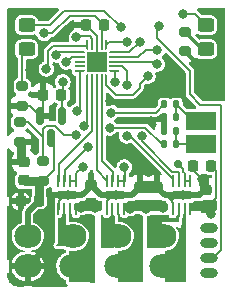
<source format=gbl>
G04 #@! TF.GenerationSoftware,KiCad,Pcbnew,(6.0.7)*
G04 #@! TF.CreationDate,2022-08-30T17:39:21-06:00*
G04 #@! TF.ProjectId,malenki-1616-3A,6d616c65-6e6b-4692-9d31-3631362d3341,rev?*
G04 #@! TF.SameCoordinates,Original*
G04 #@! TF.FileFunction,Copper,L2,Bot*
G04 #@! TF.FilePolarity,Positive*
%FSLAX46Y46*%
G04 Gerber Fmt 4.6, Leading zero omitted, Abs format (unit mm)*
G04 Created by KiCad (PCBNEW (6.0.7)) date 2022-08-30 17:39:21*
%MOMM*%
%LPD*%
G01*
G04 APERTURE LIST*
G04 Aperture macros list*
%AMRoundRect*
0 Rectangle with rounded corners*
0 $1 Rounding radius*
0 $2 $3 $4 $5 $6 $7 $8 $9 X,Y pos of 4 corners*
0 Add a 4 corners polygon primitive as box body*
4,1,4,$2,$3,$4,$5,$6,$7,$8,$9,$2,$3,0*
0 Add four circle primitives for the rounded corners*
1,1,$1+$1,$2,$3*
1,1,$1+$1,$4,$5*
1,1,$1+$1,$6,$7*
1,1,$1+$1,$8,$9*
0 Add four rect primitives between the rounded corners*
20,1,$1+$1,$2,$3,$4,$5,0*
20,1,$1+$1,$4,$5,$6,$7,0*
20,1,$1+$1,$6,$7,$8,$9,0*
20,1,$1+$1,$8,$9,$2,$3,0*%
%AMFreePoly0*
4,1,14,0.385355,0.085355,0.400000,0.050000,0.400000,0.000711,0.385355,-0.034644,0.334644,-0.085355,0.299289,-0.100000,-0.350000,-0.100000,-0.385355,-0.085355,-0.400000,-0.050000,-0.400000,0.050000,-0.385355,0.085355,-0.350000,0.100000,0.350000,0.100000,0.385355,0.085355,0.385355,0.085355,$1*%
%AMFreePoly1*
4,1,14,0.334644,0.085355,0.385355,0.034644,0.400000,-0.000711,0.400000,-0.050000,0.385355,-0.085355,0.350000,-0.100000,-0.350000,-0.100000,-0.385355,-0.085355,-0.400000,-0.050000,-0.400000,0.050000,-0.385355,0.085355,-0.350000,0.100000,0.299289,0.100000,0.334644,0.085355,0.334644,0.085355,$1*%
%AMFreePoly2*
4,1,14,0.085355,0.385355,0.100000,0.350000,0.100000,-0.350000,0.085355,-0.385355,0.050000,-0.400000,0.000711,-0.400000,-0.034644,-0.385355,-0.085355,-0.334644,-0.100000,-0.299289,-0.100000,0.350000,-0.085355,0.385355,-0.050000,0.400000,0.050000,0.400000,0.085355,0.385355,0.085355,0.385355,$1*%
%AMFreePoly3*
4,1,14,0.085355,0.385355,0.100000,0.350000,0.100000,-0.299289,0.085355,-0.334644,0.034644,-0.385355,-0.000711,-0.400000,-0.050000,-0.400000,-0.085355,-0.385355,-0.100000,-0.350000,-0.100000,0.350000,-0.085355,0.385355,-0.050000,0.400000,0.050000,0.400000,0.085355,0.385355,0.085355,0.385355,$1*%
%AMFreePoly4*
4,1,14,0.385355,0.085355,0.400000,0.050000,0.400000,-0.050000,0.385355,-0.085355,0.350000,-0.100000,-0.350000,-0.100000,-0.385355,-0.085355,-0.400000,-0.050000,-0.400000,-0.000711,-0.385355,0.034644,-0.334644,0.085355,-0.299289,0.100000,0.350000,0.100000,0.385355,0.085355,0.385355,0.085355,$1*%
%AMFreePoly5*
4,1,14,0.385355,0.085355,0.400000,0.050000,0.400000,-0.050000,0.385355,-0.085355,0.350000,-0.100000,-0.299289,-0.100000,-0.334644,-0.085355,-0.385355,-0.034644,-0.400000,0.000711,-0.400000,0.050000,-0.385355,0.085355,-0.350000,0.100000,0.350000,0.100000,0.385355,0.085355,0.385355,0.085355,$1*%
%AMFreePoly6*
4,1,14,0.034644,0.385355,0.085355,0.334644,0.100000,0.299289,0.100000,-0.350000,0.085355,-0.385355,0.050000,-0.400000,-0.050000,-0.400000,-0.085355,-0.385355,-0.100000,-0.350000,-0.100000,0.350000,-0.085355,0.385355,-0.050000,0.400000,-0.000711,0.400000,0.034644,0.385355,0.034644,0.385355,$1*%
%AMFreePoly7*
4,1,14,0.085355,0.385355,0.100000,0.350000,0.100000,-0.350000,0.085355,-0.385355,0.050000,-0.400000,-0.050000,-0.400000,-0.085355,-0.385355,-0.100000,-0.350000,-0.100000,0.299289,-0.085355,0.334644,-0.034644,0.385355,0.000711,0.400000,0.050000,0.400000,0.085355,0.385355,0.085355,0.385355,$1*%
G04 Aperture macros list end*
G04 #@! TA.AperFunction,SMDPad,CuDef*
%ADD10RoundRect,0.225000X0.250000X-0.225000X0.250000X0.225000X-0.250000X0.225000X-0.250000X-0.225000X0*%
G04 #@! TD*
G04 #@! TA.AperFunction,ComponentPad*
%ADD11O,2.300000X2.000000*%
G04 #@! TD*
G04 #@! TA.AperFunction,SMDPad,CuDef*
%ADD12O,1.500000X0.800000*%
G04 #@! TD*
G04 #@! TA.AperFunction,SMDPad,CuDef*
%ADD13RoundRect,0.225000X0.225000X0.250000X-0.225000X0.250000X-0.225000X-0.250000X0.225000X-0.250000X0*%
G04 #@! TD*
G04 #@! TA.AperFunction,SMDPad,CuDef*
%ADD14RoundRect,0.250000X0.450000X-0.325000X0.450000X0.325000X-0.450000X0.325000X-0.450000X-0.325000X0*%
G04 #@! TD*
G04 #@! TA.AperFunction,SMDPad,CuDef*
%ADD15RoundRect,0.200000X-0.275000X0.200000X-0.275000X-0.200000X0.275000X-0.200000X0.275000X0.200000X0*%
G04 #@! TD*
G04 #@! TA.AperFunction,SMDPad,CuDef*
%ADD16RoundRect,0.150000X-0.150000X0.587500X-0.150000X-0.587500X0.150000X-0.587500X0.150000X0.587500X0*%
G04 #@! TD*
G04 #@! TA.AperFunction,SMDPad,CuDef*
%ADD17FreePoly0,270.000000*%
G04 #@! TD*
G04 #@! TA.AperFunction,SMDPad,CuDef*
%ADD18RoundRect,0.050000X-0.050000X0.350000X-0.050000X-0.350000X0.050000X-0.350000X0.050000X0.350000X0*%
G04 #@! TD*
G04 #@! TA.AperFunction,SMDPad,CuDef*
%ADD19FreePoly1,270.000000*%
G04 #@! TD*
G04 #@! TA.AperFunction,SMDPad,CuDef*
%ADD20FreePoly2,270.000000*%
G04 #@! TD*
G04 #@! TA.AperFunction,SMDPad,CuDef*
%ADD21RoundRect,0.050000X-0.350000X0.050000X-0.350000X-0.050000X0.350000X-0.050000X0.350000X0.050000X0*%
G04 #@! TD*
G04 #@! TA.AperFunction,SMDPad,CuDef*
%ADD22FreePoly3,270.000000*%
G04 #@! TD*
G04 #@! TA.AperFunction,SMDPad,CuDef*
%ADD23FreePoly4,270.000000*%
G04 #@! TD*
G04 #@! TA.AperFunction,SMDPad,CuDef*
%ADD24FreePoly5,270.000000*%
G04 #@! TD*
G04 #@! TA.AperFunction,SMDPad,CuDef*
%ADD25FreePoly6,270.000000*%
G04 #@! TD*
G04 #@! TA.AperFunction,SMDPad,CuDef*
%ADD26FreePoly7,270.000000*%
G04 #@! TD*
G04 #@! TA.AperFunction,SMDPad,CuDef*
%ADD27R,1.700000X1.700000*%
G04 #@! TD*
G04 #@! TA.AperFunction,SMDPad,CuDef*
%ADD28R,2.500000X1.500000*%
G04 #@! TD*
G04 #@! TA.AperFunction,SMDPad,CuDef*
%ADD29RoundRect,0.200000X0.275000X-0.200000X0.275000X0.200000X-0.275000X0.200000X-0.275000X-0.200000X0*%
G04 #@! TD*
G04 #@! TA.AperFunction,SMDPad,CuDef*
%ADD30R,0.250000X1.000000*%
G04 #@! TD*
G04 #@! TA.AperFunction,SMDPad,CuDef*
%ADD31R,1.600000X0.800000*%
G04 #@! TD*
G04 #@! TA.AperFunction,SMDPad,CuDef*
%ADD32RoundRect,0.135000X0.135000X0.185000X-0.135000X0.185000X-0.135000X-0.185000X0.135000X-0.185000X0*%
G04 #@! TD*
G04 #@! TA.AperFunction,SMDPad,CuDef*
%ADD33RoundRect,0.135000X-0.135000X-0.185000X0.135000X-0.185000X0.135000X0.185000X-0.135000X0.185000X0*%
G04 #@! TD*
G04 #@! TA.AperFunction,ViaPad*
%ADD34C,0.800000*%
G04 #@! TD*
G04 #@! TA.AperFunction,ViaPad*
%ADD35C,0.700000*%
G04 #@! TD*
G04 #@! TA.AperFunction,Conductor*
%ADD36C,0.500000*%
G04 #@! TD*
G04 #@! TA.AperFunction,Conductor*
%ADD37C,0.200000*%
G04 #@! TD*
G04 #@! TA.AperFunction,Conductor*
%ADD38C,0.750000*%
G04 #@! TD*
G04 #@! TA.AperFunction,Conductor*
%ADD39C,1.000000*%
G04 #@! TD*
G04 #@! TA.AperFunction,Conductor*
%ADD40C,0.300000*%
G04 #@! TD*
G04 APERTURE END LIST*
D10*
X153550000Y-78875000D03*
X153550000Y-77325000D03*
X149400000Y-78625000D03*
X149400000Y-77075000D03*
X138100000Y-76525000D03*
X138100000Y-74975000D03*
D11*
X138430000Y-81280000D03*
X138430000Y-83820000D03*
X142240000Y-81280000D03*
X142240000Y-83820000D03*
X146050000Y-81280000D03*
X146050000Y-83820000D03*
X149860000Y-81280000D03*
X149860000Y-83820000D03*
D12*
X153750000Y-84405000D03*
X153750000Y-83135000D03*
X153750000Y-81865000D03*
X153750000Y-80595000D03*
D13*
X139375000Y-78295500D03*
X137825000Y-78295500D03*
X144875000Y-63400000D03*
X143325000Y-63400000D03*
D10*
X143800000Y-78475000D03*
X143800000Y-76925000D03*
D14*
X138327000Y-65442000D03*
X138327000Y-63392000D03*
X153500000Y-65442000D03*
X153500000Y-63392000D03*
D15*
X137950000Y-68575000D03*
X137950000Y-70225000D03*
X151700000Y-63975000D03*
X151700000Y-65625000D03*
D16*
X139450000Y-71062500D03*
X141350000Y-71062500D03*
X140400000Y-72937500D03*
D13*
X141275000Y-69300000D03*
X139725000Y-69300000D03*
D17*
X143472000Y-65050000D03*
D18*
X143872000Y-65050000D03*
X144272000Y-65050000D03*
X144672000Y-65050000D03*
D19*
X145072000Y-65050000D03*
D20*
X145722000Y-65700000D03*
D21*
X145722000Y-66100000D03*
X145722000Y-66500000D03*
X145722000Y-66900000D03*
D22*
X145722000Y-67300000D03*
D23*
X145072000Y-67950000D03*
D18*
X144672000Y-67950000D03*
X144272000Y-67950000D03*
X143872000Y-67950000D03*
D24*
X143472000Y-67950000D03*
D25*
X142822000Y-67300000D03*
D21*
X142822000Y-66900000D03*
X142822000Y-66500000D03*
X142822000Y-66100000D03*
D26*
X142822000Y-65700000D03*
D27*
X144272000Y-66500000D03*
D28*
X153111323Y-71501000D03*
X153111323Y-73501000D03*
D15*
X137750000Y-73275000D03*
X137750000Y-71625000D03*
D29*
X139700000Y-76580500D03*
X139700000Y-74930500D03*
D10*
X147900000Y-78626000D03*
X147900000Y-77076000D03*
D13*
X152425000Y-75350000D03*
X153975000Y-75350000D03*
D30*
X142500000Y-79000000D03*
X142000000Y-79000000D03*
X141500000Y-79000000D03*
X141000000Y-79000000D03*
X141000000Y-76600000D03*
X141500000Y-76600000D03*
X142000000Y-76600000D03*
X142500000Y-76600000D03*
D31*
X141750000Y-77800000D03*
D30*
X146600000Y-78987500D03*
X146100000Y-78987500D03*
X145600000Y-78987500D03*
X145100000Y-78987500D03*
X145100000Y-76587500D03*
X145600000Y-76587500D03*
X146100000Y-76587500D03*
X146600000Y-76587500D03*
D31*
X145850000Y-77787500D03*
D30*
X152200000Y-79000000D03*
X151700000Y-79000000D03*
X151200000Y-79000000D03*
X150700000Y-79000000D03*
X150700000Y-76600000D03*
X151200000Y-76600000D03*
X151700000Y-76600000D03*
X152200000Y-76600000D03*
D31*
X151450000Y-77800000D03*
D32*
X151010000Y-70100000D03*
X149990000Y-70100000D03*
D33*
X149990000Y-72400000D03*
X151010000Y-72400000D03*
D32*
X151010000Y-73500000D03*
X149990000Y-73500000D03*
D33*
X149990000Y-71200000D03*
X151010000Y-71200000D03*
D34*
X141795500Y-77787500D03*
X151550000Y-77800000D03*
X145923000Y-77787500D03*
X149850000Y-78850000D03*
X144272000Y-66328000D03*
X145389623Y-69806611D03*
X153150000Y-76400000D03*
X138621500Y-67200000D03*
X150700000Y-68400000D03*
X153800000Y-68800000D03*
X148858595Y-71505493D03*
X142900000Y-78900000D03*
X144150000Y-78900000D03*
X153900000Y-79350000D03*
X147112500Y-78987500D03*
X148400000Y-79000000D03*
X146300000Y-63599500D03*
X145852666Y-68184239D03*
X140814858Y-65914358D03*
X151600000Y-62500000D03*
X149500000Y-63500000D03*
X141701885Y-66536576D03*
X148600000Y-67700000D03*
X139998106Y-67101894D03*
X149400000Y-66700000D03*
X149400000Y-65500000D03*
X148100000Y-72800000D03*
X147900000Y-64800000D03*
X146800000Y-72799500D03*
X146800000Y-64800000D03*
X143500000Y-73700000D03*
X142550949Y-64435863D03*
X146800980Y-68500000D03*
X142538263Y-72672494D03*
X143100000Y-75400000D03*
X141400000Y-68200000D03*
X139805319Y-64091500D03*
X146600000Y-75400000D03*
D35*
X151150000Y-75150000D03*
D34*
X145371500Y-72100000D03*
X143172500Y-71900000D03*
X145500000Y-70800000D03*
X142600000Y-70700000D03*
D36*
X151550000Y-77800000D02*
X152975000Y-77800000D01*
D37*
X154100000Y-83135000D02*
X153750000Y-83135000D01*
X153038764Y-70149520D02*
X154799520Y-70149520D01*
X154799520Y-70149520D02*
X154799520Y-82435480D01*
X154799520Y-82435480D02*
X154100000Y-83135000D01*
X152144622Y-69255378D02*
X153038764Y-70149520D01*
X150675736Y-75800000D02*
X148100000Y-73224264D01*
X151125000Y-75800000D02*
X150675736Y-75800000D01*
X148100000Y-73224264D02*
X148100000Y-72800000D01*
X151200000Y-75875000D02*
X151125000Y-75800000D01*
X151200000Y-76600000D02*
X151200000Y-75875000D01*
X151150000Y-75150000D02*
X151600000Y-75600000D01*
X151600000Y-75600000D02*
X151600000Y-75800000D01*
X151600000Y-75800000D02*
X151700000Y-75900000D01*
X150600000Y-78350000D02*
X150700000Y-78450000D01*
X150700000Y-78450000D02*
X150700000Y-79000000D01*
X150600000Y-78350000D02*
X150600000Y-78125000D01*
X151200000Y-79000000D02*
X151200000Y-79550000D01*
X151700000Y-76600000D02*
X151700000Y-75900000D01*
X152200000Y-76600000D02*
X151700000Y-76600000D01*
X147109550Y-72799500D02*
X146800000Y-72799500D01*
X150660050Y-76350000D02*
X147109550Y-72799500D01*
X150700000Y-76350000D02*
X150660050Y-76350000D01*
X150700000Y-76600000D02*
X150700000Y-76350000D01*
X141045500Y-75154500D02*
X141045500Y-76587500D01*
X141545500Y-75654500D02*
X141545500Y-76587500D01*
X143500000Y-73700000D02*
X141545500Y-75654500D01*
X144272000Y-75686500D02*
X145173000Y-76587500D01*
X144672000Y-74862478D02*
X145673000Y-75863478D01*
X138155500Y-76580500D02*
X138100000Y-76525000D01*
D38*
X139700000Y-76580500D02*
X138155500Y-76580500D01*
X137850000Y-74925000D02*
X137850000Y-73375000D01*
X137850000Y-73375000D02*
X137750000Y-73275000D01*
D36*
X153400000Y-77375000D02*
X153050000Y-77725000D01*
D37*
X139700000Y-72850000D02*
X139700000Y-72900000D01*
X138475000Y-71625000D02*
X139700000Y-72850000D01*
X139700000Y-72900000D02*
X139700000Y-74930500D01*
X139700000Y-72185717D02*
X139700000Y-72900000D01*
X137750000Y-71625000D02*
X138475000Y-71625000D01*
X137950000Y-70225000D02*
X138612500Y-70225000D01*
X138612500Y-70225000D02*
X139450000Y-71062500D01*
X137921500Y-68546500D02*
X137950000Y-68575000D01*
X137921500Y-65847500D02*
X137921500Y-68546500D01*
X138327000Y-65442000D02*
X137921500Y-65847500D01*
D36*
X147956000Y-77075000D02*
X147955000Y-77076000D01*
D39*
X149300000Y-77075000D02*
X147956000Y-77075000D01*
D36*
X151350000Y-77800000D02*
X150025000Y-77800000D01*
X150025000Y-77800000D02*
X149300000Y-77075000D01*
D37*
X150600000Y-78125000D02*
X150525000Y-78050000D01*
D36*
X150775000Y-77800000D02*
X150525000Y-78050000D01*
X151350000Y-77800000D02*
X150775000Y-77800000D01*
D37*
X154399520Y-75774520D02*
X153975000Y-75350000D01*
X154399520Y-78025480D02*
X154399520Y-75774520D01*
X153550000Y-78875000D02*
X154399520Y-78025480D01*
D36*
X153150000Y-76925000D02*
X153550000Y-77325000D01*
X153150000Y-76400000D02*
X153150000Y-76925000D01*
D37*
X153050000Y-77725000D02*
X152975000Y-77725000D01*
X153150000Y-76400000D02*
X153225000Y-76400000D01*
X152425000Y-75675000D02*
X153150000Y-76400000D01*
X152425000Y-75350000D02*
X152425000Y-75675000D01*
D36*
X151350000Y-77800000D02*
X151550000Y-77800000D01*
D37*
X153950000Y-79300000D02*
X153900000Y-79350000D01*
X145173000Y-78987500D02*
X145173000Y-78263478D01*
X139725000Y-69300000D02*
X139725000Y-68303500D01*
X149990000Y-72400000D02*
X149990000Y-71200000D01*
X144272000Y-64347000D02*
X143325000Y-63400000D01*
D36*
X143827500Y-77012500D02*
X144602500Y-77787500D01*
X140587500Y-77787500D02*
X141795500Y-77787500D01*
X151200000Y-77800000D02*
X151187500Y-77787500D01*
D37*
X145648978Y-77787500D02*
X145923000Y-77787500D01*
X138621500Y-67200000D02*
X139715827Y-66105673D01*
X149684507Y-71505493D02*
X149990000Y-71200000D01*
X147800000Y-69900000D02*
X145483012Y-69900000D01*
X141045500Y-78987500D02*
X141045500Y-78263478D01*
D36*
X141795500Y-77787500D02*
X143052500Y-77787500D01*
D37*
X149300000Y-68400000D02*
X147800000Y-69900000D01*
X145483012Y-69900000D02*
X145389623Y-69806611D01*
X141774951Y-63400000D02*
X143325000Y-63400000D01*
D36*
X145923000Y-77787500D02*
X147243500Y-77787500D01*
D40*
X151700000Y-65625000D02*
X153800000Y-67725000D01*
D37*
X141045500Y-78263478D02*
X141521478Y-77787500D01*
X144272000Y-65050000D02*
X144272000Y-66328000D01*
X139715827Y-65459124D02*
X141774951Y-63400000D01*
X144272000Y-66328000D02*
X144272000Y-66500000D01*
D36*
X144602500Y-77787500D02*
X145923000Y-77787500D01*
X147243500Y-77787500D02*
X147955000Y-77076000D01*
D37*
X145173000Y-78263478D02*
X145648978Y-77787500D01*
X139715827Y-66105673D02*
X139715827Y-65459124D01*
D36*
X143052500Y-77787500D02*
X143827500Y-77012500D01*
D40*
X153800000Y-67725000D02*
X153800000Y-68800000D01*
D36*
X140500000Y-81750000D02*
X140500000Y-77875000D01*
D37*
X139725000Y-68303500D02*
X138621500Y-67200000D01*
X144272000Y-65050000D02*
X144272000Y-64347000D01*
X148858595Y-71505493D02*
X149684507Y-71505493D01*
X141521478Y-77787500D02*
X141795500Y-77787500D01*
X139450000Y-71062500D02*
X139725000Y-70787500D01*
X150700000Y-68400000D02*
X149300000Y-68400000D01*
D36*
X140500000Y-77875000D02*
X140587500Y-77787500D01*
D37*
X139725000Y-70787500D02*
X139725000Y-69300000D01*
D36*
X138430000Y-83820000D02*
X140500000Y-81750000D01*
X138430000Y-81280000D02*
X138430000Y-79240500D01*
D37*
X140645981Y-75634519D02*
X140645981Y-73183481D01*
X139375000Y-76905500D02*
X139700000Y-76580500D01*
D38*
X139375000Y-78295500D02*
X139375000Y-76905500D01*
D37*
X140645981Y-73183481D02*
X140400000Y-72937500D01*
D36*
X138430000Y-79240500D02*
X139375000Y-78295500D01*
D37*
X139700000Y-76580500D02*
X140645981Y-75634519D01*
X138327000Y-63392000D02*
X140308000Y-63392000D01*
X144900500Y-62200000D02*
X146300000Y-63599500D01*
X145852666Y-67430666D02*
X145722000Y-67300000D01*
X140308000Y-63392000D02*
X141500000Y-62200000D01*
X145852666Y-68184239D02*
X145852666Y-67430666D01*
X141500000Y-62200000D02*
X144900500Y-62200000D01*
X140814858Y-65914358D02*
X141029216Y-65700000D01*
X141029216Y-65700000D02*
X142822000Y-65700000D01*
X152608000Y-62500000D02*
X153500000Y-63392000D01*
X151600000Y-62500000D02*
X152608000Y-62500000D01*
D40*
X153500000Y-65442000D02*
X153167000Y-65442000D01*
X153167000Y-65442000D02*
X151700000Y-63975000D01*
D37*
X149400000Y-63600000D02*
X149500000Y-63500000D01*
X152144622Y-67251049D02*
X149400000Y-64506427D01*
X142822000Y-66100000D02*
X142138461Y-66100000D01*
X149400000Y-64506427D02*
X149400000Y-63600000D01*
X152144622Y-69255378D02*
X152144622Y-67251049D01*
X142138461Y-66100000D02*
X141701885Y-66536576D01*
X148600000Y-67700000D02*
X147900000Y-68400000D01*
X145072000Y-68472000D02*
X145072000Y-67950000D01*
X147900000Y-68700000D02*
X147300000Y-69300000D01*
X147300000Y-69300000D02*
X145900000Y-69300000D01*
X147900000Y-68400000D02*
X147900000Y-68700000D01*
X145900000Y-69300000D02*
X145072000Y-68472000D01*
X140539957Y-65200000D02*
X143322000Y-65200000D01*
X143322000Y-65200000D02*
X143472000Y-65050000D01*
X140115347Y-66984653D02*
X140115347Y-65624610D01*
X140115347Y-65624610D02*
X140539957Y-65200000D01*
X139998106Y-67101894D02*
X140115347Y-66984653D01*
X149400000Y-66700000D02*
X149200000Y-66500000D01*
X149200000Y-66500000D02*
X145722000Y-66500000D01*
X147800000Y-66100000D02*
X145722000Y-66100000D01*
X148400000Y-65500000D02*
X147800000Y-66100000D01*
X149400000Y-65500000D02*
X148400000Y-65500000D01*
X143872000Y-67950000D02*
X143872000Y-72328000D01*
X143872000Y-72328000D02*
X141045500Y-75154500D01*
X144272000Y-67950000D02*
X144272000Y-75686500D01*
X144672000Y-74862478D02*
X144672000Y-67950000D01*
X145673000Y-76587500D02*
X145673000Y-75863478D01*
X147000000Y-65700000D02*
X147900000Y-64800000D01*
X145722000Y-65700000D02*
X147000000Y-65700000D01*
X146800000Y-64800000D02*
X145322000Y-64800000D01*
X145322000Y-64800000D02*
X145072000Y-65050000D01*
X143872000Y-64555705D02*
X143872000Y-65050000D01*
X142636332Y-64350480D02*
X143666775Y-64350480D01*
X143666775Y-64350480D02*
X143872000Y-64555705D01*
X142550949Y-64435863D02*
X142636332Y-64350480D01*
X151010000Y-73500000D02*
X151010000Y-72400000D01*
X151010000Y-73500000D02*
X151011000Y-73501000D01*
X151011000Y-73501000D02*
X153111323Y-73501000D01*
X146400000Y-66900000D02*
X145722000Y-66900000D01*
X140736197Y-71900480D02*
X139985237Y-71900480D01*
X141508211Y-72672494D02*
X140736197Y-71900480D01*
X146800980Y-68500000D02*
X146800980Y-67300980D01*
X139985237Y-71900480D02*
X139700000Y-72185717D01*
X142538263Y-72672494D02*
X141508211Y-72672494D01*
X146800980Y-67300980D02*
X146400000Y-66900000D01*
X140508500Y-64091500D02*
X141974520Y-62625480D01*
X141974520Y-62625480D02*
X144100480Y-62625480D01*
X142545500Y-76587500D02*
X142545500Y-75954500D01*
X141400000Y-69175000D02*
X141275000Y-69300000D01*
X142545500Y-75954500D02*
X143100000Y-75400000D01*
X144672000Y-63603000D02*
X144875000Y-63400000D01*
X141400000Y-68200000D02*
X141400000Y-69175000D01*
X139805319Y-64091500D02*
X140508500Y-64091500D01*
X144672000Y-65050000D02*
X144672000Y-63603000D01*
X142045500Y-76587500D02*
X142545500Y-76587500D01*
X146173000Y-76587500D02*
X146673000Y-76587500D01*
X146673000Y-75473000D02*
X146600000Y-75400000D01*
X146673000Y-76587500D02*
X146673000Y-75473000D01*
X141350000Y-71062500D02*
X141350000Y-69375000D01*
X144100480Y-62625480D02*
X144875000Y-63400000D01*
X141350000Y-69375000D02*
X141275000Y-69300000D01*
X151010000Y-70100000D02*
X152411000Y-71501000D01*
X151010000Y-71200000D02*
X151010000Y-70100000D01*
X152411000Y-71501000D02*
X153111323Y-71501000D01*
X148395000Y-72100000D02*
X149795000Y-73500000D01*
X145371500Y-72100000D02*
X148395000Y-72100000D01*
X143472000Y-71600500D02*
X143472000Y-67950000D01*
X143172500Y-71900000D02*
X143472000Y-71600500D01*
X149795000Y-73500000D02*
X149990000Y-73500000D01*
X149290000Y-70800000D02*
X149990000Y-70100000D01*
X142822000Y-67300000D02*
X142822000Y-70478000D01*
X142822000Y-70478000D02*
X142600000Y-70700000D01*
X145500000Y-70800000D02*
X149290000Y-70800000D01*
G04 #@! TA.AperFunction,Conductor*
G36*
X149693388Y-79440104D02*
G01*
X149766537Y-79459294D01*
X149848654Y-79460584D01*
X149911332Y-79461569D01*
X149911335Y-79461569D01*
X149914283Y-79461615D01*
X149917160Y-79460956D01*
X149917161Y-79460956D01*
X149959596Y-79451237D01*
X149970535Y-79450000D01*
X150315501Y-79450000D01*
X150350149Y-79464352D01*
X150364501Y-79499000D01*
X150364501Y-79520732D01*
X150376713Y-79582133D01*
X150379392Y-79586142D01*
X150379393Y-79586145D01*
X150396412Y-79611615D01*
X150423238Y-79651762D01*
X150427249Y-79654442D01*
X150488854Y-79695606D01*
X150488856Y-79695607D01*
X150492867Y-79698287D01*
X150533068Y-79706283D01*
X150551913Y-79710032D01*
X150551915Y-79710032D01*
X150554267Y-79710500D01*
X150699969Y-79710500D01*
X150845732Y-79710499D01*
X150907133Y-79698287D01*
X150911142Y-79695608D01*
X150911145Y-79695607D01*
X150972751Y-79654442D01*
X150976762Y-79651762D01*
X151003588Y-79611615D01*
X151020606Y-79586146D01*
X151020607Y-79586144D01*
X151023287Y-79582133D01*
X151035500Y-79520733D01*
X151035500Y-79499000D01*
X151049852Y-79464352D01*
X151084500Y-79450000D01*
X151201000Y-79450000D01*
X151235648Y-79464352D01*
X151250000Y-79499000D01*
X151250000Y-80051000D01*
X151235648Y-80085648D01*
X151201000Y-80100000D01*
X149796500Y-80100000D01*
X149796500Y-82183500D01*
X149782148Y-82218148D01*
X149747500Y-82232500D01*
X148575500Y-82232500D01*
X148540852Y-82218148D01*
X148526500Y-82183500D01*
X148526500Y-79636412D01*
X148540852Y-79601764D01*
X148564560Y-79588649D01*
X148576280Y-79585965D01*
X148608318Y-79578627D01*
X148610959Y-79577299D01*
X148610961Y-79577298D01*
X148718746Y-79523087D01*
X148740327Y-79512233D01*
X148803190Y-79458543D01*
X148812912Y-79450240D01*
X148844735Y-79438500D01*
X149680954Y-79438500D01*
X149693388Y-79440104D01*
G37*
G04 #@! TD.AperFunction*
G04 #@! TA.AperFunction,Conductor*
G36*
X141650149Y-79425852D02*
G01*
X141664501Y-79460500D01*
X141664501Y-79520732D01*
X141664970Y-79523092D01*
X141665206Y-79525485D01*
X141665036Y-79525502D01*
X141665647Y-79532541D01*
X141607083Y-82017159D01*
X141606128Y-82057655D01*
X141590964Y-82091955D01*
X141557142Y-82105500D01*
X140907544Y-82105500D01*
X140872896Y-82091148D01*
X140858544Y-82056500D01*
X140867235Y-82028640D01*
X140874305Y-82018411D01*
X140875181Y-82017185D01*
X140911571Y-81967916D01*
X140912785Y-81964460D01*
X140914500Y-81961220D01*
X140914783Y-81961370D01*
X140914806Y-81961325D01*
X140914518Y-81961184D01*
X140916129Y-81957896D01*
X140918213Y-81954881D01*
X140936673Y-81896511D01*
X140937160Y-81895050D01*
X140956239Y-81840720D01*
X140957453Y-81837264D01*
X140957597Y-81833603D01*
X140958283Y-81830007D01*
X140958603Y-81830068D01*
X140958909Y-81828319D01*
X140958592Y-81828257D01*
X140959127Y-81825513D01*
X140959968Y-81822852D01*
X140960500Y-81816093D01*
X140960500Y-81760677D01*
X140960538Y-81758753D01*
X140962746Y-81702559D01*
X140962890Y-81698897D01*
X140961950Y-81695354D01*
X140961549Y-81691717D01*
X140961571Y-81691715D01*
X140960500Y-81683499D01*
X140960500Y-79759500D01*
X140974852Y-79724852D01*
X141009500Y-79710500D01*
X141137069Y-79710499D01*
X141145732Y-79710499D01*
X141207133Y-79698287D01*
X141211142Y-79695608D01*
X141211145Y-79695607D01*
X141272751Y-79654442D01*
X141276762Y-79651762D01*
X141323287Y-79582133D01*
X141333151Y-79532541D01*
X141335032Y-79523087D01*
X141335032Y-79523085D01*
X141335500Y-79520733D01*
X141335500Y-79460500D01*
X141349852Y-79425852D01*
X141384500Y-79411500D01*
X141615501Y-79411500D01*
X141650149Y-79425852D01*
G37*
G04 #@! TD.AperFunction*
G04 #@! TA.AperFunction,Conductor*
G36*
X138789500Y-77784388D02*
G01*
X138779914Y-77813500D01*
X138760773Y-77839415D01*
X138717382Y-77962974D01*
X138714500Y-77993462D01*
X138714500Y-78284458D01*
X138700148Y-78319106D01*
X138484106Y-78535148D01*
X138449458Y-78549500D01*
X138088747Y-78549500D01*
X138081855Y-78552355D01*
X138079000Y-78559247D01*
X138079000Y-78923085D01*
X138070309Y-78950945D01*
X138055696Y-78972088D01*
X138054801Y-78973340D01*
X138051272Y-78978118D01*
X138018428Y-79022584D01*
X138017214Y-79026042D01*
X138015500Y-79029278D01*
X138015213Y-79029126D01*
X138015189Y-79029174D01*
X138015481Y-79029317D01*
X138013871Y-79032603D01*
X138011787Y-79035619D01*
X138010682Y-79039114D01*
X137993328Y-79093987D01*
X137992852Y-79095414D01*
X137972547Y-79153236D01*
X137972403Y-79156898D01*
X137971717Y-79160493D01*
X137971397Y-79160432D01*
X137971091Y-79162181D01*
X137971408Y-79162243D01*
X137970873Y-79164987D01*
X137970032Y-79167648D01*
X137969500Y-79174407D01*
X137969500Y-79229823D01*
X137969462Y-79231747D01*
X137967110Y-79291603D01*
X137968050Y-79295146D01*
X137968451Y-79298783D01*
X137968429Y-79298785D01*
X137969500Y-79307001D01*
X137969500Y-80072484D01*
X137955148Y-80107132D01*
X137933431Y-80119746D01*
X137856348Y-80140834D01*
X137854381Y-80141772D01*
X137854379Y-80141773D01*
X137740139Y-80196263D01*
X137661315Y-80233860D01*
X137659548Y-80235130D01*
X137550663Y-80313372D01*
X137485837Y-80359954D01*
X137402643Y-80445803D01*
X137336981Y-80513560D01*
X137336978Y-80513563D01*
X137335462Y-80515128D01*
X137214943Y-80694480D01*
X137128089Y-80892339D01*
X137077645Y-81102452D01*
X137065207Y-81318176D01*
X137080343Y-81443254D01*
X137082073Y-81457548D01*
X137091166Y-81532694D01*
X137154703Y-81739225D01*
X137253810Y-81931240D01*
X137385353Y-82102670D01*
X137386966Y-82104138D01*
X137386969Y-82104141D01*
X137480860Y-82189575D01*
X137545174Y-82248097D01*
X137547024Y-82249258D01*
X137547026Y-82249259D01*
X137726373Y-82361763D01*
X137726377Y-82361765D01*
X137728223Y-82362923D01*
X137858301Y-82415214D01*
X137926690Y-82442706D01*
X137926692Y-82442707D01*
X137928713Y-82443519D01*
X137930843Y-82443960D01*
X137930846Y-82443961D01*
X138015431Y-82461478D01*
X138119342Y-82482996D01*
X138150359Y-82504076D01*
X138157386Y-82540915D01*
X138136306Y-82571933D01*
X138113760Y-82579784D01*
X138059920Y-82584589D01*
X138055645Y-82585359D01*
X137844630Y-82643086D01*
X137840555Y-82644601D01*
X137643099Y-82738783D01*
X137639350Y-82741001D01*
X137461704Y-82868652D01*
X137458399Y-82871505D01*
X137306160Y-83028602D01*
X137303423Y-83031982D01*
X137181409Y-83213559D01*
X137179311Y-83217377D01*
X137091378Y-83417692D01*
X137089992Y-83421809D01*
X137057651Y-83556521D01*
X137058818Y-83563891D01*
X137061720Y-83566000D01*
X139798719Y-83566000D01*
X139805611Y-83563145D01*
X139807386Y-83558861D01*
X139806985Y-83556978D01*
X139742658Y-83347876D01*
X139741014Y-83343849D01*
X139640676Y-83149450D01*
X139638345Y-83145776D01*
X139505173Y-82972222D01*
X139502221Y-82969012D01*
X139340419Y-82821784D01*
X139336955Y-82819155D01*
X139151628Y-82702898D01*
X139147758Y-82700926D01*
X138944781Y-82619330D01*
X138940607Y-82618070D01*
X138742956Y-82577139D01*
X138711937Y-82556059D01*
X138704910Y-82519221D01*
X138725990Y-82488202D01*
X138748535Y-82480351D01*
X138771045Y-82478342D01*
X138793057Y-82476378D01*
X138793060Y-82476378D01*
X138795228Y-82476184D01*
X139003652Y-82419166D01*
X139005621Y-82418227D01*
X139196721Y-82327077D01*
X139196723Y-82327076D01*
X139198685Y-82326140D01*
X139307293Y-82248097D01*
X139372396Y-82201316D01*
X139372398Y-82201314D01*
X139374163Y-82200046D01*
X139467102Y-82104141D01*
X139523019Y-82046440D01*
X139523022Y-82046437D01*
X139524538Y-82044872D01*
X139645057Y-81865520D01*
X139731911Y-81667661D01*
X139782355Y-81457548D01*
X139794793Y-81241824D01*
X139778191Y-81104628D01*
X139769096Y-81029468D01*
X139769095Y-81029464D01*
X139768834Y-81027306D01*
X139705297Y-80820775D01*
X139606190Y-80628760D01*
X139474647Y-80457330D01*
X139473034Y-80455862D01*
X139473031Y-80455859D01*
X139316440Y-80313372D01*
X139314826Y-80311903D01*
X139312974Y-80310741D01*
X139133627Y-80198237D01*
X139133623Y-80198235D01*
X139131777Y-80197077D01*
X138991867Y-80140834D01*
X138933310Y-80117294D01*
X138933308Y-80117293D01*
X138931287Y-80116481D01*
X138929154Y-80116039D01*
X138927060Y-80115407D01*
X138927307Y-80114590D01*
X138898546Y-80095045D01*
X138890500Y-80068142D01*
X138890500Y-79451541D01*
X138904852Y-79416893D01*
X139326393Y-78995352D01*
X139361041Y-78981000D01*
X139652038Y-78981000D01*
X139653177Y-78980892D01*
X139653184Y-78980892D01*
X139679556Y-78978399D01*
X139679558Y-78978399D01*
X139682526Y-78978118D01*
X139806085Y-78934727D01*
X139823716Y-78921705D01*
X139908477Y-78859099D01*
X139911423Y-78856923D01*
X139989227Y-78751585D01*
X140032618Y-78628026D01*
X140035500Y-78597538D01*
X140035500Y-77993462D01*
X140032618Y-77962974D01*
X139989227Y-77839415D01*
X139970086Y-77813500D01*
X139960500Y-77784388D01*
X139960500Y-77279500D01*
X140335000Y-77279500D01*
X140335000Y-85471000D01*
X137274600Y-85471000D01*
X137259758Y-85464831D01*
X137252905Y-85461326D01*
X137099360Y-85366864D01*
X137093129Y-85362318D01*
X137066729Y-85339668D01*
X136956314Y-85244937D01*
X136950874Y-85239470D01*
X136842500Y-85111874D01*
X136842500Y-84081139D01*
X137052614Y-84081139D01*
X137053015Y-84083022D01*
X137117342Y-84292124D01*
X137118986Y-84296151D01*
X137219324Y-84490550D01*
X137221655Y-84494224D01*
X137354827Y-84667778D01*
X137357779Y-84670988D01*
X137519581Y-84818216D01*
X137523045Y-84820845D01*
X137708372Y-84937102D01*
X137712242Y-84939074D01*
X137915219Y-85020670D01*
X137919393Y-85021930D01*
X138133983Y-85066368D01*
X138137545Y-85066838D01*
X138166270Y-85068494D01*
X138172529Y-85066314D01*
X138176000Y-85058573D01*
X138176000Y-85056023D01*
X138684000Y-85056023D01*
X138686855Y-85062915D01*
X138692019Y-85065054D01*
X138800080Y-85055411D01*
X138804355Y-85054641D01*
X139015370Y-84996914D01*
X139019445Y-84995399D01*
X139216901Y-84901217D01*
X139220650Y-84898999D01*
X139398296Y-84771348D01*
X139401601Y-84768495D01*
X139553840Y-84611398D01*
X139556577Y-84608018D01*
X139678591Y-84426441D01*
X139680689Y-84422623D01*
X139768622Y-84222308D01*
X139770008Y-84218191D01*
X139802349Y-84083479D01*
X139801182Y-84076109D01*
X139798280Y-84074000D01*
X138693747Y-84074000D01*
X138686855Y-84076855D01*
X138684000Y-84083747D01*
X138684000Y-85056023D01*
X138176000Y-85056023D01*
X138176000Y-84083747D01*
X138173145Y-84076855D01*
X138166253Y-84074000D01*
X137061281Y-84074000D01*
X137054389Y-84076855D01*
X137052614Y-84081139D01*
X136842500Y-84081139D01*
X136842500Y-78589140D01*
X137125000Y-78589140D01*
X137125144Y-78591788D01*
X137130978Y-78645495D01*
X137132388Y-78651422D01*
X137177844Y-78772680D01*
X137181167Y-78778749D01*
X137258576Y-78882036D01*
X137263464Y-78886924D01*
X137366751Y-78964333D01*
X137372820Y-78967656D01*
X137494078Y-79013112D01*
X137500005Y-79014522D01*
X137553712Y-79020356D01*
X137556360Y-79020500D01*
X137561253Y-79020500D01*
X137568145Y-79017645D01*
X137571000Y-79010753D01*
X137571000Y-78559247D01*
X137568145Y-78552355D01*
X137561253Y-78549500D01*
X137134747Y-78549500D01*
X137127855Y-78552355D01*
X137125000Y-78559247D01*
X137125000Y-78589140D01*
X136842500Y-78589140D01*
X136842500Y-78031753D01*
X137125000Y-78031753D01*
X137127855Y-78038645D01*
X137134747Y-78041500D01*
X137561253Y-78041500D01*
X137568145Y-78038645D01*
X137571000Y-78031753D01*
X138079000Y-78031753D01*
X138081855Y-78038645D01*
X138088747Y-78041500D01*
X138515253Y-78041500D01*
X138522145Y-78038645D01*
X138525000Y-78031753D01*
X138525000Y-78001860D01*
X138524856Y-77999212D01*
X138519022Y-77945505D01*
X138517612Y-77939578D01*
X138472156Y-77818320D01*
X138468833Y-77812251D01*
X138391424Y-77708964D01*
X138386536Y-77704076D01*
X138283249Y-77626667D01*
X138277180Y-77623344D01*
X138155922Y-77577888D01*
X138149995Y-77576478D01*
X138096288Y-77570644D01*
X138093640Y-77570500D01*
X138088747Y-77570500D01*
X138081855Y-77573355D01*
X138079000Y-77580247D01*
X138079000Y-78031753D01*
X137571000Y-78031753D01*
X137571000Y-77580247D01*
X137568145Y-77573355D01*
X137561253Y-77570500D01*
X137556360Y-77570500D01*
X137553712Y-77570644D01*
X137500005Y-77576478D01*
X137494078Y-77577888D01*
X137372820Y-77623344D01*
X137366751Y-77626667D01*
X137263464Y-77704076D01*
X137258576Y-77708964D01*
X137181167Y-77812251D01*
X137177844Y-77818320D01*
X137132388Y-77939578D01*
X137130978Y-77945505D01*
X137125144Y-77999212D01*
X137125000Y-78001860D01*
X137125000Y-78031753D01*
X136842500Y-78031753D01*
X136842500Y-77279500D01*
X138789500Y-77279500D01*
X138789500Y-77784388D01*
G37*
G04 #@! TD.AperFunction*
G04 #@! TA.AperFunction,Conductor*
G36*
X146250149Y-79414352D02*
G01*
X146264501Y-79449000D01*
X146264501Y-79508232D01*
X146276713Y-79569633D01*
X146279392Y-79573642D01*
X146279393Y-79573645D01*
X146316307Y-79628889D01*
X146323238Y-79639262D01*
X146327249Y-79641942D01*
X146388854Y-79683106D01*
X146388856Y-79683107D01*
X146392867Y-79685787D01*
X146433068Y-79693783D01*
X146451913Y-79697532D01*
X146451915Y-79697532D01*
X146454267Y-79698000D01*
X146599969Y-79698000D01*
X146745732Y-79697999D01*
X146807133Y-79685787D01*
X146811142Y-79683108D01*
X146811145Y-79683107D01*
X146872751Y-79641942D01*
X146876762Y-79639262D01*
X146884872Y-79627125D01*
X146904218Y-79598172D01*
X146935401Y-79577336D01*
X146957394Y-79577999D01*
X147029037Y-79596794D01*
X147111154Y-79598084D01*
X147173832Y-79599069D01*
X147173835Y-79599069D01*
X147176783Y-79599115D01*
X147179660Y-79598456D01*
X147179661Y-79598456D01*
X147317933Y-79566788D01*
X147317935Y-79566787D01*
X147320818Y-79566127D01*
X147323459Y-79564799D01*
X147323461Y-79564798D01*
X147388763Y-79531954D01*
X147452827Y-79499733D01*
X147555854Y-79411740D01*
X147587677Y-79400000D01*
X147913477Y-79400000D01*
X147946455Y-79412758D01*
X147974928Y-79438666D01*
X148043751Y-79501291D01*
X148046344Y-79502699D01*
X148046347Y-79502701D01*
X148173609Y-79571798D01*
X148172881Y-79573139D01*
X148196306Y-79595836D01*
X148200337Y-79615220D01*
X148204140Y-82046440D01*
X148208923Y-85104423D01*
X148194625Y-85139094D01*
X148159923Y-85153500D01*
X146099000Y-85153500D01*
X146064352Y-85139148D01*
X146050000Y-85104500D01*
X146050000Y-82539500D01*
X146064352Y-82504852D01*
X146099000Y-82490500D01*
X146254824Y-82490500D01*
X146290253Y-82487338D01*
X146413057Y-82476378D01*
X146413060Y-82476378D01*
X146415228Y-82476184D01*
X146623652Y-82419166D01*
X146818685Y-82326140D01*
X146994163Y-82200046D01*
X147077357Y-82114197D01*
X147143019Y-82046440D01*
X147143022Y-82046437D01*
X147144538Y-82044872D01*
X147265057Y-81865520D01*
X147351911Y-81667661D01*
X147402355Y-81457548D01*
X147414793Y-81241824D01*
X147399657Y-81116746D01*
X147389096Y-81029468D01*
X147389095Y-81029464D01*
X147388834Y-81027306D01*
X147325297Y-80820775D01*
X147226190Y-80628760D01*
X147094647Y-80457330D01*
X147093034Y-80455862D01*
X147093031Y-80455859D01*
X146936440Y-80313372D01*
X146934826Y-80311903D01*
X146932974Y-80310741D01*
X146753627Y-80198237D01*
X146753623Y-80198235D01*
X146751777Y-80197077D01*
X146611867Y-80140834D01*
X146553310Y-80117294D01*
X146553308Y-80117293D01*
X146551287Y-80116481D01*
X146549157Y-80116040D01*
X146549154Y-80116039D01*
X146393554Y-80083816D01*
X146339694Y-80072662D01*
X146337906Y-80072559D01*
X146337899Y-80072558D01*
X146309094Y-80070898D01*
X146284857Y-80069500D01*
X146099000Y-80069500D01*
X146064352Y-80055148D01*
X146050000Y-80020500D01*
X146050000Y-79449000D01*
X146064352Y-79414352D01*
X146099000Y-79400000D01*
X146215501Y-79400000D01*
X146250149Y-79414352D01*
G37*
G04 #@! TD.AperFunction*
G04 #@! TA.AperFunction,Conductor*
G36*
X142150149Y-79414352D02*
G01*
X142164501Y-79449000D01*
X142164501Y-79520732D01*
X142176713Y-79582133D01*
X142179392Y-79586142D01*
X142179393Y-79586145D01*
X142179394Y-79586146D01*
X142223238Y-79651762D01*
X142227249Y-79654442D01*
X142288854Y-79695606D01*
X142288856Y-79695607D01*
X142292867Y-79698287D01*
X142333068Y-79706283D01*
X142351913Y-79710032D01*
X142351915Y-79710032D01*
X142354267Y-79710500D01*
X142499969Y-79710500D01*
X142645732Y-79710499D01*
X142707133Y-79698287D01*
X142711142Y-79695608D01*
X142711145Y-79695607D01*
X142772751Y-79654442D01*
X142776762Y-79651762D01*
X142823287Y-79582133D01*
X142824229Y-79577400D01*
X142824230Y-79577396D01*
X142829739Y-79549703D01*
X142850575Y-79518521D01*
X142878566Y-79510269D01*
X142961332Y-79511569D01*
X142961335Y-79511569D01*
X142964283Y-79511615D01*
X142967160Y-79510956D01*
X142967161Y-79510956D01*
X143105433Y-79479288D01*
X143105435Y-79479287D01*
X143108318Y-79478627D01*
X143110959Y-79477299D01*
X143110961Y-79477298D01*
X143176263Y-79444454D01*
X143240327Y-79412233D01*
X143242572Y-79410316D01*
X143245034Y-79408680D01*
X143245855Y-79409916D01*
X143272727Y-79400000D01*
X143778929Y-79400000D01*
X143802309Y-79405938D01*
X143923609Y-79471798D01*
X143926464Y-79472547D01*
X144064779Y-79508833D01*
X144094651Y-79531507D01*
X144101343Y-79555807D01*
X144141179Y-84176714D01*
X144149186Y-85105516D01*
X144149565Y-85149536D01*
X144135513Y-85184306D01*
X144099545Y-85198947D01*
X143272105Y-85181674D01*
X141970473Y-85154501D01*
X141936132Y-85139430D01*
X141922496Y-85105516D01*
X141922265Y-82537632D01*
X141936614Y-82502983D01*
X141974086Y-82488709D01*
X142005143Y-82490500D01*
X142444824Y-82490500D01*
X142480253Y-82487338D01*
X142603057Y-82476378D01*
X142603060Y-82476378D01*
X142605228Y-82476184D01*
X142813652Y-82419166D01*
X143008685Y-82326140D01*
X143184163Y-82200046D01*
X143267357Y-82114197D01*
X143333019Y-82046440D01*
X143333022Y-82046437D01*
X143334538Y-82044872D01*
X143455057Y-81865520D01*
X143541911Y-81667661D01*
X143592355Y-81457548D01*
X143604793Y-81241824D01*
X143589657Y-81116746D01*
X143579096Y-81029468D01*
X143579095Y-81029464D01*
X143578834Y-81027306D01*
X143515297Y-80820775D01*
X143416190Y-80628760D01*
X143284647Y-80457330D01*
X143283034Y-80455862D01*
X143283031Y-80455859D01*
X143126440Y-80313372D01*
X143124826Y-80311903D01*
X143122974Y-80310741D01*
X142943627Y-80198237D01*
X142943623Y-80198235D01*
X142941777Y-80197077D01*
X142801867Y-80140834D01*
X142743310Y-80117294D01*
X142743308Y-80117293D01*
X142741287Y-80116481D01*
X142739157Y-80116040D01*
X142739154Y-80116039D01*
X142540187Y-80074835D01*
X142529694Y-80072662D01*
X142527906Y-80072559D01*
X142527899Y-80072558D01*
X142499094Y-80070898D01*
X142474857Y-80069500D01*
X142035176Y-80069500D01*
X142034101Y-80069596D01*
X142034100Y-80069596D01*
X141975395Y-80074835D01*
X141939608Y-80063620D01*
X141922233Y-80030385D01*
X141922039Y-80026033D01*
X141922010Y-79699228D01*
X141921987Y-79449003D01*
X141936336Y-79414355D01*
X141970987Y-79400000D01*
X142115501Y-79400000D01*
X142150149Y-79414352D01*
G37*
G04 #@! TD.AperFunction*
G04 #@! TA.AperFunction,Conductor*
G36*
X144328782Y-78211952D02*
G01*
X144331682Y-78213314D01*
X144349185Y-78223832D01*
X144352490Y-78225641D01*
X144359676Y-78231027D01*
X144368081Y-78234178D01*
X144368083Y-78234179D01*
X144403237Y-78247357D01*
X144412557Y-78251284D01*
X144454663Y-78271053D01*
X144463535Y-78272434D01*
X144467158Y-78273542D01*
X144481817Y-78277388D01*
X144485514Y-78278201D01*
X144493920Y-78281352D01*
X144540343Y-78284802D01*
X144550356Y-78285952D01*
X144563509Y-78288000D01*
X144578704Y-78288000D01*
X144588041Y-78288346D01*
X144614687Y-78290326D01*
X144681138Y-78315321D01*
X144723527Y-78372275D01*
X144728929Y-78440561D01*
X144724500Y-78462826D01*
X144724500Y-78974000D01*
X144704498Y-79042121D01*
X144650842Y-79088614D01*
X144598500Y-79100000D01*
X142501500Y-79100000D01*
X142433379Y-79079998D01*
X142386886Y-79026342D01*
X142375500Y-78974000D01*
X142375500Y-78576500D01*
X142395502Y-78508379D01*
X142449158Y-78461886D01*
X142501500Y-78450500D01*
X142574674Y-78450500D01*
X142647740Y-78435966D01*
X142730601Y-78380601D01*
X142755058Y-78343999D01*
X142809533Y-78298471D01*
X142859823Y-78288000D01*
X142982319Y-78288000D01*
X142994204Y-78289328D01*
X142994245Y-78288818D01*
X143003191Y-78289538D01*
X143011947Y-78291519D01*
X143055480Y-78288818D01*
X143064764Y-78288242D01*
X143072567Y-78288000D01*
X143088440Y-78288000D01*
X143098552Y-78286552D01*
X143108606Y-78285522D01*
X143140338Y-78283553D01*
X143155038Y-78282641D01*
X143163482Y-78279593D01*
X143167194Y-78278824D01*
X143181899Y-78275157D01*
X143185527Y-78274096D01*
X143194418Y-78272823D01*
X143236782Y-78253561D01*
X143246137Y-78249754D01*
X143281443Y-78237009D01*
X143281447Y-78237007D01*
X143289887Y-78233960D01*
X143297135Y-78228665D01*
X143300475Y-78226889D01*
X143318105Y-78216587D01*
X143324927Y-78213485D01*
X143326037Y-78215925D01*
X143380496Y-78200000D01*
X144275219Y-78200000D01*
X144328782Y-78211952D01*
G37*
G04 #@! TD.AperFunction*
G04 #@! TA.AperFunction,Conductor*
G36*
X149744396Y-78219981D02*
G01*
X149747388Y-78222623D01*
X149755511Y-78226437D01*
X149758675Y-78228515D01*
X149771670Y-78236323D01*
X149774994Y-78238143D01*
X149782176Y-78243526D01*
X149790577Y-78246675D01*
X149790578Y-78246676D01*
X149825736Y-78259856D01*
X149835053Y-78263783D01*
X149869034Y-78279737D01*
X149869037Y-78279738D01*
X149877163Y-78283553D01*
X149886037Y-78284935D01*
X149889650Y-78286039D01*
X149904307Y-78289885D01*
X149908010Y-78290699D01*
X149916420Y-78293852D01*
X149962843Y-78297302D01*
X149972856Y-78298452D01*
X149986009Y-78300500D01*
X150001204Y-78300500D01*
X150010539Y-78300846D01*
X150020753Y-78301605D01*
X150029802Y-78302277D01*
X150096253Y-78327271D01*
X150117307Y-78348501D01*
X150118532Y-78350771D01*
X150125462Y-78357786D01*
X150212978Y-78446378D01*
X150212980Y-78446380D01*
X150219286Y-78452763D01*
X150240452Y-78464520D01*
X150292851Y-78520125D01*
X150309274Y-78554326D01*
X150307405Y-78555223D01*
X150324500Y-78613219D01*
X150324500Y-78974000D01*
X150304498Y-79042121D01*
X150250842Y-79088614D01*
X150198500Y-79100000D01*
X146601500Y-79100000D01*
X146533379Y-79079998D01*
X146486886Y-79026342D01*
X146475500Y-78974000D01*
X146475500Y-78564000D01*
X146495502Y-78495879D01*
X146549158Y-78449386D01*
X146601500Y-78438000D01*
X146674674Y-78438000D01*
X146747740Y-78423466D01*
X146830601Y-78368101D01*
X146846705Y-78343999D01*
X146901181Y-78298471D01*
X146951471Y-78288000D01*
X147173319Y-78288000D01*
X147185204Y-78289328D01*
X147185245Y-78288818D01*
X147194191Y-78289538D01*
X147202947Y-78291519D01*
X147246480Y-78288818D01*
X147255764Y-78288242D01*
X147263567Y-78288000D01*
X147279440Y-78288000D01*
X147289552Y-78286552D01*
X147299606Y-78285522D01*
X147331338Y-78283553D01*
X147346038Y-78282641D01*
X147354482Y-78279593D01*
X147358194Y-78278824D01*
X147372899Y-78275157D01*
X147376527Y-78274096D01*
X147385418Y-78272823D01*
X147427782Y-78253561D01*
X147437137Y-78249754D01*
X147472443Y-78237009D01*
X147472447Y-78237007D01*
X147480887Y-78233960D01*
X147488135Y-78228665D01*
X147491475Y-78226889D01*
X147509105Y-78216587D01*
X147515927Y-78213485D01*
X147517037Y-78215925D01*
X147571496Y-78200000D01*
X149677583Y-78200000D01*
X149744396Y-78219981D01*
G37*
G04 #@! TD.AperFunction*
G04 #@! TA.AperFunction,Conductor*
G36*
X154391141Y-78220002D02*
G01*
X154437634Y-78273658D01*
X154449020Y-78326000D01*
X154449020Y-78974000D01*
X154429018Y-79042121D01*
X154375362Y-79088614D01*
X154323020Y-79100000D01*
X152201500Y-79100000D01*
X152133379Y-79079998D01*
X152086886Y-79026342D01*
X152075500Y-78974000D01*
X152075500Y-78576500D01*
X152095502Y-78508379D01*
X152149158Y-78461886D01*
X152201500Y-78450500D01*
X152274674Y-78450500D01*
X152347740Y-78435966D01*
X152430601Y-78380601D01*
X152446705Y-78356499D01*
X152501181Y-78310971D01*
X152551471Y-78300500D01*
X153010940Y-78300500D01*
X153057362Y-78293852D01*
X153108032Y-78286596D01*
X153108035Y-78286595D01*
X153116918Y-78285323D01*
X153134371Y-78277388D01*
X153186762Y-78253567D01*
X153247428Y-78225984D01*
X153254231Y-78220122D01*
X153254655Y-78219851D01*
X153322541Y-78200000D01*
X154323020Y-78200000D01*
X154391141Y-78220002D01*
G37*
G04 #@! TD.AperFunction*
G04 #@! TA.AperFunction,Conductor*
G36*
X144750149Y-79452852D02*
G01*
X144764501Y-79487500D01*
X144764501Y-79508232D01*
X144776713Y-79569633D01*
X144779392Y-79573642D01*
X144779393Y-79573645D01*
X144802820Y-79608705D01*
X144823238Y-79639262D01*
X144827249Y-79641942D01*
X144888854Y-79683106D01*
X144888856Y-79683107D01*
X144892867Y-79685787D01*
X144933068Y-79693783D01*
X144951913Y-79697532D01*
X144951915Y-79697532D01*
X144954267Y-79698000D01*
X145099969Y-79698000D01*
X145245732Y-79697999D01*
X145307133Y-79685787D01*
X145311142Y-79683108D01*
X145311145Y-79683107D01*
X145372751Y-79641942D01*
X145376762Y-79639262D01*
X145423287Y-79569633D01*
X145431283Y-79529432D01*
X145435032Y-79510587D01*
X145435032Y-79510585D01*
X145435500Y-79508233D01*
X145435500Y-79487500D01*
X145449852Y-79452852D01*
X145484500Y-79438500D01*
X145715501Y-79438500D01*
X145750149Y-79452852D01*
X145764501Y-79487500D01*
X145764501Y-79508232D01*
X145776713Y-79569633D01*
X145779392Y-79573643D01*
X145779394Y-79573647D01*
X145783887Y-79580371D01*
X145792131Y-79608705D01*
X145733588Y-82184613D01*
X145718453Y-82218927D01*
X145684601Y-82232500D01*
X144702000Y-82232500D01*
X144667352Y-82218148D01*
X144653000Y-82183500D01*
X144653000Y-79487500D01*
X144667352Y-79452852D01*
X144702000Y-79438500D01*
X144715501Y-79438500D01*
X144750149Y-79452852D01*
G37*
G04 #@! TD.AperFunction*
G04 #@! TA.AperFunction,Conductor*
G36*
X151835648Y-79414352D02*
G01*
X151850000Y-79449000D01*
X151850000Y-85123455D01*
X151835648Y-85158103D01*
X151801000Y-85172455D01*
X150083894Y-85172455D01*
X150049246Y-85158103D01*
X150034894Y-85123671D01*
X150023494Y-82539226D01*
X150037693Y-82504515D01*
X150068137Y-82490204D01*
X150143544Y-82483474D01*
X150223057Y-82476378D01*
X150223060Y-82476378D01*
X150225228Y-82476184D01*
X150433652Y-82419166D01*
X150628685Y-82326140D01*
X150804163Y-82200046D01*
X150887357Y-82114197D01*
X150953019Y-82046440D01*
X150953022Y-82046437D01*
X150954538Y-82044872D01*
X151075057Y-81865520D01*
X151161911Y-81667661D01*
X151212355Y-81457548D01*
X151224793Y-81241824D01*
X151209657Y-81116746D01*
X151199096Y-81029468D01*
X151199095Y-81029464D01*
X151198834Y-81027306D01*
X151135297Y-80820775D01*
X151036190Y-80628760D01*
X151003995Y-80586803D01*
X150994289Y-80550581D01*
X151013040Y-80518102D01*
X151048036Y-80508249D01*
X151300521Y-80535015D01*
X151428942Y-80548630D01*
X151593778Y-79441782D01*
X151613077Y-79409626D01*
X151642244Y-79400000D01*
X151801000Y-79400000D01*
X151835648Y-79414352D01*
G37*
G04 #@! TD.AperFunction*
G04 #@! TA.AperFunction,Conductor*
G36*
X136852375Y-84363692D02*
G01*
X136892192Y-84412147D01*
X136962399Y-84562705D01*
X136967378Y-84571471D01*
X137098087Y-84763802D01*
X137104419Y-84771677D01*
X137264186Y-84940626D01*
X137271695Y-84947387D01*
X137456426Y-85088625D01*
X137464905Y-85094089D01*
X137669847Y-85203978D01*
X137679099Y-85208020D01*
X137898971Y-85283727D01*
X137908741Y-85286236D01*
X138012591Y-85304174D01*
X138076313Y-85335479D01*
X138112994Y-85396265D01*
X138110989Y-85467233D01*
X138070934Y-85525852D01*
X138005547Y-85553509D01*
X137991147Y-85554335D01*
X137837085Y-85554335D01*
X137812504Y-85551914D01*
X137812172Y-85551848D01*
X137812171Y-85551848D01*
X137800000Y-85549427D01*
X137787827Y-85551848D01*
X137777192Y-85551848D01*
X137766176Y-85551366D01*
X137756423Y-85550510D01*
X137609937Y-85537654D01*
X137588245Y-85533816D01*
X137414668Y-85487153D01*
X137393980Y-85479596D01*
X137231189Y-85403411D01*
X137212127Y-85392363D01*
X137065103Y-85288991D01*
X137048256Y-85274792D01*
X136927482Y-85153416D01*
X136921477Y-85147381D01*
X136907362Y-85130464D01*
X136903420Y-85124798D01*
X136804718Y-84982918D01*
X136793772Y-84963815D01*
X136718394Y-84800637D01*
X136710942Y-84779912D01*
X136680769Y-84665405D01*
X136665144Y-84606108D01*
X136661414Y-84584396D01*
X136658839Y-84553285D01*
X136652426Y-84475788D01*
X136666742Y-84406251D01*
X136716380Y-84355491D01*
X136785581Y-84339625D01*
X136852375Y-84363692D01*
G37*
G04 #@! TD.AperFunction*
G04 #@! TA.AperFunction,Conductor*
G36*
X140397615Y-77120018D02*
G01*
X140447493Y-77170542D01*
X140462139Y-77240011D01*
X140454501Y-77274446D01*
X140451523Y-77282391D01*
X140447895Y-77297649D01*
X140442369Y-77348514D01*
X140442000Y-77355328D01*
X140442000Y-77527885D01*
X140446475Y-77543124D01*
X140447865Y-77544329D01*
X140455548Y-77546000D01*
X141878000Y-77546000D01*
X141946121Y-77566002D01*
X141992614Y-77619658D01*
X142004000Y-77672000D01*
X142004000Y-77928000D01*
X141983998Y-77996121D01*
X141930342Y-78042614D01*
X141878000Y-78054000D01*
X140460116Y-78054000D01*
X140444877Y-78058475D01*
X140443672Y-78059865D01*
X140442001Y-78067548D01*
X140442001Y-78192587D01*
X140426520Y-78253098D01*
X140421677Y-78261944D01*
X140376522Y-78382394D01*
X140372895Y-78397649D01*
X140367369Y-78448514D01*
X140367000Y-78455328D01*
X140367001Y-79544669D01*
X140367371Y-79551490D01*
X140372895Y-79602352D01*
X140376521Y-79617604D01*
X140421676Y-79738054D01*
X140430214Y-79753649D01*
X140506715Y-79855724D01*
X140519276Y-79868285D01*
X140621353Y-79944787D01*
X140639507Y-79954726D01*
X140689654Y-80004983D01*
X140705000Y-80065247D01*
X140705000Y-81683499D01*
X140705134Y-81685559D01*
X140706317Y-81703792D01*
X140706485Y-81716899D01*
X140705235Y-81748721D01*
X140705088Y-81753708D01*
X140705050Y-81755632D01*
X140705000Y-81760677D01*
X140705000Y-81763550D01*
X140697883Y-81805297D01*
X140696093Y-81810393D01*
X140694771Y-81814254D01*
X140694711Y-81814434D01*
X140694508Y-81815044D01*
X140694284Y-81815715D01*
X140693065Y-81819468D01*
X140693024Y-81819599D01*
X140692967Y-81819775D01*
X140691514Y-81824370D01*
X140672734Y-81861229D01*
X140669662Y-81865389D01*
X140667295Y-81868647D01*
X140666419Y-81869873D01*
X140666286Y-81870062D01*
X140666262Y-81870096D01*
X140664275Y-81872922D01*
X140664225Y-81872993D01*
X140664123Y-81873139D01*
X140657053Y-81883368D01*
X140623327Y-81952552D01*
X140614636Y-81980412D01*
X140603044Y-82056502D01*
X140622494Y-82154278D01*
X140636846Y-82188926D01*
X140692229Y-82271812D01*
X140702545Y-82278705D01*
X140758249Y-82315926D01*
X140775118Y-82327198D01*
X140809766Y-82341550D01*
X140907544Y-82361000D01*
X141423632Y-82361000D01*
X141490587Y-82380262D01*
X141519990Y-82398707D01*
X141525204Y-82400803D01*
X141587762Y-82425952D01*
X141643506Y-82469919D01*
X141666765Y-82542841D01*
X141666767Y-82556797D01*
X141646775Y-82624921D01*
X141595011Y-82670541D01*
X141450871Y-82739292D01*
X141269595Y-82869552D01*
X141204752Y-82936465D01*
X141119405Y-83024536D01*
X141114251Y-83029854D01*
X140989750Y-83215132D01*
X140900026Y-83419529D01*
X140898718Y-83424977D01*
X140898716Y-83424983D01*
X140855053Y-83606854D01*
X140847915Y-83636585D01*
X140847592Y-83642190D01*
X140835606Y-83850079D01*
X140835066Y-83859438D01*
X140861883Y-84081044D01*
X140927519Y-84294400D01*
X140930095Y-84299390D01*
X140930095Y-84299391D01*
X140990860Y-84417120D01*
X141029901Y-84492759D01*
X141033310Y-84497201D01*
X141033312Y-84497205D01*
X141140521Y-84636923D01*
X141165790Y-84669854D01*
X141330893Y-84820086D01*
X141335647Y-84823068D01*
X141515234Y-84935724D01*
X141515238Y-84935726D01*
X141519990Y-84938707D01*
X141587992Y-84966043D01*
X141643735Y-85010010D01*
X141666994Y-85082939D01*
X141666995Y-85090502D01*
X141666996Y-85105539D01*
X141673578Y-85139544D01*
X141683068Y-85188573D01*
X141685440Y-85200830D01*
X141687686Y-85206417D01*
X141687687Y-85206419D01*
X141696825Y-85229147D01*
X141696828Y-85229152D01*
X141699076Y-85234744D01*
X141751738Y-85316289D01*
X141761773Y-85323301D01*
X141764273Y-85325048D01*
X141768275Y-85330044D01*
X141770273Y-85332117D01*
X141770082Y-85332301D01*
X141808655Y-85380462D01*
X141816032Y-85451074D01*
X141784063Y-85514466D01*
X141722897Y-85550510D01*
X141692102Y-85554331D01*
X138882365Y-85554334D01*
X138814244Y-85534332D01*
X138767751Y-85480676D01*
X138757647Y-85410402D01*
X138787140Y-85345822D01*
X138852310Y-85305971D01*
X139052633Y-85256767D01*
X139062203Y-85253584D01*
X139276265Y-85162720D01*
X139285207Y-85158045D01*
X139481987Y-85034126D01*
X139490060Y-85028086D01*
X139664500Y-84874297D01*
X139671504Y-84867044D01*
X139819110Y-84687346D01*
X139824866Y-84679064D01*
X139941841Y-84478081D01*
X139946203Y-84468976D01*
X140029537Y-84251885D01*
X140032388Y-84242196D01*
X140063821Y-84091736D01*
X140062698Y-84077675D01*
X140052590Y-84074000D01*
X138302000Y-84074000D01*
X138233879Y-84053998D01*
X138187386Y-84000342D01*
X138176000Y-83948000D01*
X138176000Y-83692000D01*
X138196002Y-83623879D01*
X138249658Y-83577386D01*
X138302000Y-83566000D01*
X140050590Y-83566000D01*
X140064676Y-83561864D01*
X140066725Y-83548886D01*
X140064675Y-83531170D01*
X140062715Y-83521273D01*
X139999396Y-83297506D01*
X139995884Y-83288062D01*
X139897601Y-83077295D01*
X139892622Y-83068529D01*
X139761913Y-82876198D01*
X139755581Y-82868323D01*
X139595814Y-82699374D01*
X139588305Y-82692613D01*
X139403574Y-82551375D01*
X139395104Y-82545917D01*
X139324778Y-82508209D01*
X139274195Y-82458390D01*
X139258575Y-82389133D01*
X139282878Y-82322426D01*
X139310793Y-82294842D01*
X139395839Y-82233730D01*
X139395846Y-82233724D01*
X139400405Y-82230448D01*
X139555749Y-82070146D01*
X139680250Y-81884868D01*
X139686735Y-81870096D01*
X139734930Y-81760304D01*
X139769974Y-81680471D01*
X139771282Y-81675023D01*
X139771284Y-81675017D01*
X139820775Y-81468872D01*
X139820775Y-81468871D01*
X139822085Y-81463415D01*
X139834934Y-81240562D01*
X139808117Y-81018956D01*
X139742481Y-80805600D01*
X139640099Y-80607241D01*
X139636690Y-80602799D01*
X139636688Y-80602795D01*
X139507620Y-80434590D01*
X139504210Y-80430146D01*
X139339107Y-80279914D01*
X139150010Y-80161293D01*
X139144800Y-80159199D01*
X139144793Y-80159195D01*
X139009504Y-80104809D01*
X138953759Y-80060843D01*
X138930500Y-79987902D01*
X138930500Y-79500004D01*
X138950502Y-79431883D01*
X138967405Y-79410909D01*
X139320409Y-79057905D01*
X139382721Y-79023879D01*
X139409503Y-79021000D01*
X139627320Y-79020999D01*
X139645014Y-79020999D01*
X139703157Y-79014684D01*
X139830695Y-78966872D01*
X139939687Y-78885187D01*
X140021372Y-78776195D01*
X140069184Y-78648657D01*
X140075500Y-78590515D01*
X140075499Y-78000486D01*
X140069184Y-77942343D01*
X140062471Y-77924437D01*
X140024523Y-77823209D01*
X140024522Y-77823206D01*
X140021372Y-77814805D01*
X140015989Y-77807623D01*
X140015980Y-77807606D01*
X140000500Y-77747097D01*
X140000500Y-77338339D01*
X140020502Y-77270218D01*
X140074158Y-77223725D01*
X140084745Y-77219459D01*
X140188184Y-77183134D01*
X140195759Y-77177539D01*
X140195761Y-77177538D01*
X140261661Y-77128864D01*
X140328339Y-77104481D01*
X140397615Y-77120018D01*
G37*
G04 #@! TD.AperFunction*
G04 #@! TA.AperFunction,Conductor*
G36*
X138021121Y-78061502D02*
G01*
X138067614Y-78115158D01*
X138079000Y-78167500D01*
X138079000Y-78832812D01*
X138058998Y-78900933D01*
X138050780Y-78911906D01*
X138050680Y-78912006D01*
X138047997Y-78915586D01*
X138047990Y-78915594D01*
X138044550Y-78920184D01*
X138038168Y-78928023D01*
X138007377Y-78962888D01*
X138003563Y-78971011D01*
X138001492Y-78974164D01*
X137993673Y-78987176D01*
X137991856Y-78990495D01*
X137986474Y-78997676D01*
X137983325Y-79006077D01*
X137983324Y-79006078D01*
X137970144Y-79041236D01*
X137966217Y-79050553D01*
X137950263Y-79084534D01*
X137950262Y-79084537D01*
X137946447Y-79092663D01*
X137945065Y-79101537D01*
X137943961Y-79105150D01*
X137940115Y-79119807D01*
X137939301Y-79123510D01*
X137936148Y-79131920D01*
X137932698Y-79178343D01*
X137931548Y-79188356D01*
X137929500Y-79201509D01*
X137929500Y-79216704D01*
X137929154Y-79226041D01*
X137925524Y-79274892D01*
X137927397Y-79283668D01*
X137928008Y-79292625D01*
X137928002Y-79292625D01*
X137929500Y-79306818D01*
X137929500Y-79983741D01*
X137909498Y-80051862D01*
X137855842Y-80098355D01*
X137847659Y-80101739D01*
X137842349Y-80103192D01*
X137837291Y-80105604D01*
X137837287Y-80105606D01*
X137741610Y-80151242D01*
X137640871Y-80199292D01*
X137459595Y-80329552D01*
X137394752Y-80396465D01*
X137309405Y-80484536D01*
X137304251Y-80489854D01*
X137179750Y-80675132D01*
X137090026Y-80879529D01*
X137088718Y-80884977D01*
X137088716Y-80884983D01*
X137039225Y-81091128D01*
X137037915Y-81096585D01*
X137037592Y-81102190D01*
X137030326Y-81228216D01*
X137025066Y-81319438D01*
X137051883Y-81541044D01*
X137117519Y-81754400D01*
X137120095Y-81759390D01*
X137120095Y-81759391D01*
X137178988Y-81873493D01*
X137219901Y-81952759D01*
X137223310Y-81957201D01*
X137223312Y-81957205D01*
X137307764Y-82067265D01*
X137355790Y-82129854D01*
X137520893Y-82280086D01*
X137535161Y-82289036D01*
X137538664Y-82291234D01*
X137585741Y-82344379D01*
X137596612Y-82414538D01*
X137567826Y-82479437D01*
X137538849Y-82504590D01*
X137378013Y-82605874D01*
X137369940Y-82611914D01*
X137195500Y-82765703D01*
X137188496Y-82772956D01*
X137040890Y-82952654D01*
X137035134Y-82960936D01*
X136918159Y-83161919D01*
X136913797Y-83171024D01*
X136889463Y-83234416D01*
X136846378Y-83290844D01*
X136779624Y-83315021D01*
X136710397Y-83299270D01*
X136660675Y-83248592D01*
X136645832Y-83189246D01*
X136646380Y-78779133D01*
X136666391Y-78711015D01*
X136720052Y-78664529D01*
X136790327Y-78654434D01*
X136854904Y-78683935D01*
X136891904Y-78739273D01*
X136929381Y-78851607D01*
X136935555Y-78864786D01*
X137017788Y-78997673D01*
X137026824Y-79009074D01*
X137137429Y-79119486D01*
X137148840Y-79128498D01*
X137281880Y-79210504D01*
X137295061Y-79216651D01*
X137443814Y-79265991D01*
X137457190Y-79268858D01*
X137548097Y-79278172D01*
X137553126Y-79278429D01*
X137568124Y-79274025D01*
X137569329Y-79272635D01*
X137571000Y-79264952D01*
X137571000Y-78167500D01*
X137591002Y-78099379D01*
X137644658Y-78052886D01*
X137697000Y-78041500D01*
X137953000Y-78041500D01*
X138021121Y-78061502D01*
G37*
G04 #@! TD.AperFunction*
G04 #@! TA.AperFunction,Conductor*
G36*
X136855507Y-73830641D02*
G01*
X136880758Y-73860583D01*
X136909819Y-73908568D01*
X136919131Y-73920443D01*
X137029557Y-74030869D01*
X137041426Y-74040176D01*
X137175012Y-74121079D01*
X137195677Y-74130409D01*
X137195109Y-74131667D01*
X137247397Y-74166623D01*
X137275717Y-74231726D01*
X137264344Y-74301806D01*
X137257956Y-74313515D01*
X137184996Y-74431880D01*
X137178849Y-74445061D01*
X137129509Y-74593814D01*
X137126642Y-74607190D01*
X137117328Y-74698097D01*
X137117071Y-74703126D01*
X137121475Y-74718124D01*
X137122865Y-74719329D01*
X137130548Y-74721000D01*
X138228000Y-74721000D01*
X138296121Y-74741002D01*
X138342614Y-74794658D01*
X138354000Y-74847000D01*
X138354000Y-75103000D01*
X138333998Y-75171121D01*
X138280342Y-75217614D01*
X138228000Y-75229000D01*
X137135115Y-75229000D01*
X137119876Y-75233475D01*
X137118671Y-75234865D01*
X137117000Y-75242548D01*
X137117000Y-75245438D01*
X137117337Y-75251953D01*
X137126894Y-75344057D01*
X137129788Y-75357456D01*
X137179381Y-75506107D01*
X137185555Y-75519286D01*
X137267788Y-75652173D01*
X137276824Y-75663574D01*
X137387429Y-75773986D01*
X137398840Y-75782998D01*
X137448522Y-75813622D01*
X137496015Y-75866394D01*
X137507439Y-75936465D01*
X137483232Y-75996447D01*
X137428628Y-76069305D01*
X137380816Y-76196843D01*
X137374500Y-76254985D01*
X137374501Y-76795014D01*
X137380816Y-76853157D01*
X137428628Y-76980695D01*
X137510313Y-77089687D01*
X137517492Y-77095067D01*
X137518993Y-77096192D01*
X137520107Y-77097682D01*
X137523843Y-77101418D01*
X137523304Y-77101957D01*
X137561507Y-77153052D01*
X137566531Y-77223870D01*
X137532471Y-77286163D01*
X137470139Y-77320153D01*
X137456424Y-77322345D01*
X137455937Y-77322395D01*
X137442544Y-77325288D01*
X137293893Y-77374881D01*
X137280714Y-77381055D01*
X137147827Y-77463288D01*
X137136426Y-77472324D01*
X137026014Y-77582929D01*
X137017002Y-77594340D01*
X136934996Y-77727380D01*
X136928849Y-77740561D01*
X136892093Y-77851375D01*
X136851662Y-77909735D01*
X136786097Y-77936971D01*
X136716216Y-77924437D01*
X136664204Y-77876112D01*
X136646500Y-77811691D01*
X136646509Y-77740561D01*
X136646983Y-73925839D01*
X136666994Y-73857721D01*
X136720655Y-73811235D01*
X136790930Y-73801140D01*
X136855507Y-73830641D01*
G37*
G04 #@! TD.AperFunction*
G04 #@! TA.AperFunction,Conductor*
G36*
X153446447Y-75966768D02*
G01*
X153519305Y-76021372D01*
X153646843Y-76069184D01*
X153654696Y-76070037D01*
X153654700Y-76070038D01*
X153701586Y-76075131D01*
X153701590Y-76075131D01*
X153704985Y-76075500D01*
X153714071Y-76075500D01*
X153923020Y-76075499D01*
X153991140Y-76095501D01*
X154037633Y-76149156D01*
X154049020Y-76201499D01*
X154049020Y-76247954D01*
X154029018Y-76316075D01*
X153975362Y-76362568D01*
X153910179Y-76373298D01*
X153851906Y-76367328D01*
X153845486Y-76367000D01*
X153822115Y-76367000D01*
X153806876Y-76371475D01*
X153805671Y-76372865D01*
X153804000Y-76380548D01*
X153804000Y-77453000D01*
X153783998Y-77521121D01*
X153730342Y-77567614D01*
X153678000Y-77579000D01*
X153422000Y-77579000D01*
X153353879Y-77558998D01*
X153307386Y-77505342D01*
X153296000Y-77453000D01*
X153296000Y-76385115D01*
X153291525Y-76369876D01*
X153290135Y-76368671D01*
X153282452Y-76367000D01*
X153254562Y-76367000D01*
X153248043Y-76367337D01*
X153234495Y-76368743D01*
X153164674Y-76355878D01*
X153112892Y-76307307D01*
X153095590Y-76238451D01*
X153118261Y-76171171D01*
X153132319Y-76154398D01*
X153223986Y-76062571D01*
X153232998Y-76051160D01*
X153263622Y-76001478D01*
X153316394Y-75953985D01*
X153386465Y-75942561D01*
X153446447Y-75966768D01*
G37*
G04 #@! TD.AperFunction*
G04 #@! TA.AperFunction,Conductor*
G36*
X146121601Y-72470502D02*
G01*
X146168094Y-72524158D01*
X146178198Y-72594432D01*
X146170873Y-72622267D01*
X146165309Y-72636539D01*
X146163641Y-72649208D01*
X146147079Y-72775012D01*
X146144758Y-72792638D01*
X146162035Y-72949133D01*
X146216143Y-73096990D01*
X146220380Y-73103296D01*
X146220382Y-73103299D01*
X146239092Y-73131142D01*
X146303958Y-73227672D01*
X146420410Y-73333635D01*
X146427085Y-73337259D01*
X146552099Y-73405137D01*
X146552101Y-73405138D01*
X146558776Y-73408762D01*
X146566125Y-73410690D01*
X146703719Y-73446787D01*
X146703721Y-73446787D01*
X146711069Y-73448715D01*
X146794380Y-73450024D01*
X146860898Y-73451069D01*
X146860901Y-73451069D01*
X146868495Y-73451188D01*
X147021968Y-73416038D01*
X147047891Y-73403000D01*
X147079320Y-73387193D01*
X147149164Y-73374453D01*
X147214809Y-73401497D01*
X147225030Y-73410662D01*
X149722361Y-75907993D01*
X149756387Y-75970305D01*
X149751322Y-76041120D01*
X149708775Y-76097956D01*
X149668764Y-76117984D01*
X149656876Y-76121475D01*
X149655671Y-76122865D01*
X149654000Y-76130548D01*
X149654000Y-77203000D01*
X149633998Y-77271121D01*
X149580342Y-77317614D01*
X149528000Y-77329000D01*
X148926550Y-77329000D01*
X148919594Y-77330000D01*
X147772000Y-77330000D01*
X147703879Y-77309998D01*
X147657386Y-77256342D01*
X147646000Y-77204000D01*
X147646000Y-76803885D01*
X148154000Y-76803885D01*
X148158475Y-76819124D01*
X148159865Y-76820329D01*
X148167548Y-76822000D01*
X148373450Y-76822000D01*
X148380406Y-76821000D01*
X149127885Y-76821000D01*
X149143124Y-76816525D01*
X149144329Y-76815135D01*
X149146000Y-76807452D01*
X149146000Y-76135115D01*
X149141525Y-76119876D01*
X149140135Y-76118671D01*
X149132452Y-76117000D01*
X149104562Y-76117000D01*
X149098047Y-76117337D01*
X149005943Y-76126894D01*
X148992544Y-76129788D01*
X148843893Y-76179381D01*
X148830715Y-76185554D01*
X148715589Y-76256797D01*
X148647137Y-76275635D01*
X148583170Y-76256913D01*
X148468120Y-76185996D01*
X148454939Y-76179849D01*
X148306186Y-76130509D01*
X148292810Y-76127642D01*
X148201903Y-76118328D01*
X148195486Y-76118000D01*
X148172115Y-76118000D01*
X148156876Y-76122475D01*
X148155671Y-76123865D01*
X148154000Y-76131548D01*
X148154000Y-76803885D01*
X147646000Y-76803885D01*
X147646000Y-76136115D01*
X147641525Y-76120876D01*
X147640135Y-76119671D01*
X147632452Y-76118000D01*
X147604562Y-76118000D01*
X147598047Y-76118337D01*
X147505943Y-76127894D01*
X147492544Y-76130788D01*
X147343893Y-76180381D01*
X147330714Y-76186555D01*
X147215803Y-76257664D01*
X147147351Y-76276502D01*
X147079581Y-76255341D01*
X147034010Y-76200900D01*
X147023500Y-76150520D01*
X147023500Y-75951890D01*
X147043502Y-75883769D01*
X147067670Y-75856079D01*
X147076573Y-75848475D01*
X147076576Y-75848472D01*
X147082348Y-75843542D01*
X147174224Y-75715683D01*
X147179260Y-75703157D01*
X147200162Y-75651160D01*
X147232950Y-75569598D01*
X147244373Y-75489337D01*
X147254553Y-75417807D01*
X147254553Y-75417804D01*
X147255134Y-75413723D01*
X147255278Y-75400000D01*
X147254755Y-75395674D01*
X147248463Y-75343684D01*
X147236363Y-75243694D01*
X147180710Y-75096412D01*
X147091531Y-74966657D01*
X146982266Y-74869305D01*
X146979648Y-74866972D01*
X146979645Y-74866970D01*
X146973976Y-74861919D01*
X146946100Y-74847159D01*
X146841543Y-74791799D01*
X146841544Y-74791799D01*
X146834831Y-74788245D01*
X146777036Y-74773728D01*
X146689498Y-74751740D01*
X146689496Y-74751740D01*
X146682128Y-74749889D01*
X146674530Y-74749849D01*
X146674528Y-74749849D01*
X146607319Y-74749497D01*
X146524684Y-74749065D01*
X146517305Y-74750837D01*
X146517301Y-74750837D01*
X146378967Y-74784048D01*
X146378963Y-74784049D01*
X146371588Y-74785820D01*
X146364843Y-74789301D01*
X146364844Y-74789301D01*
X146265438Y-74840608D01*
X146231679Y-74858032D01*
X146225957Y-74863024D01*
X146225955Y-74863025D01*
X146118759Y-74956538D01*
X146118756Y-74956541D01*
X146113034Y-74961533D01*
X146108667Y-74967747D01*
X146047355Y-75054985D01*
X146022501Y-75090348D01*
X145965309Y-75237039D01*
X145950850Y-75346870D01*
X145949441Y-75357571D01*
X145920719Y-75422498D01*
X145861454Y-75461590D01*
X145790462Y-75462435D01*
X145735424Y-75430220D01*
X145059405Y-74754201D01*
X145025379Y-74691889D01*
X145022500Y-74665106D01*
X145022500Y-72844307D01*
X145042502Y-72776186D01*
X145096158Y-72729693D01*
X145166432Y-72719589D01*
X145180473Y-72722431D01*
X145275219Y-72747287D01*
X145275221Y-72747287D01*
X145282569Y-72749215D01*
X145365880Y-72750524D01*
X145432398Y-72751569D01*
X145432401Y-72751569D01*
X145439995Y-72751688D01*
X145593468Y-72716538D01*
X145734125Y-72645795D01*
X145792286Y-72596121D01*
X145848074Y-72548474D01*
X145848076Y-72548471D01*
X145853848Y-72543542D01*
X145882999Y-72502974D01*
X145938994Y-72459326D01*
X145985322Y-72450500D01*
X146053480Y-72450500D01*
X146121601Y-72470502D01*
G37*
G04 #@! TD.AperFunction*
G04 #@! TA.AperFunction,Conductor*
G36*
X143861691Y-75635233D02*
G01*
X143910611Y-75686686D01*
X143922825Y-75723576D01*
X143924389Y-75732973D01*
X143925226Y-75738849D01*
X143926354Y-75748375D01*
X143930764Y-75785638D01*
X143934423Y-75793258D01*
X143935812Y-75801603D01*
X143954911Y-75837000D01*
X143958192Y-75843080D01*
X143960884Y-75848365D01*
X143981274Y-75890826D01*
X143984592Y-75894774D01*
X143986525Y-75896707D01*
X143987990Y-75898304D01*
X143988254Y-75898794D01*
X143988234Y-75898813D01*
X143988313Y-75898902D01*
X143991222Y-75904294D01*
X144006728Y-75918628D01*
X144013530Y-75924916D01*
X144049975Y-75985845D01*
X144054000Y-76017439D01*
X144054000Y-77053000D01*
X144033998Y-77121121D01*
X143980342Y-77167614D01*
X143928000Y-77179000D01*
X143672000Y-77179000D01*
X143603879Y-77158998D01*
X143557386Y-77105342D01*
X143546000Y-77053000D01*
X143546000Y-75985118D01*
X143543045Y-75975055D01*
X143543044Y-75904058D01*
X143573956Y-75856386D01*
X143571432Y-75854065D01*
X143576573Y-75848474D01*
X143582348Y-75843542D01*
X143674224Y-75715683D01*
X143681628Y-75697265D01*
X143725595Y-75641521D01*
X143792719Y-75618396D01*
X143861691Y-75635233D01*
G37*
G04 #@! TD.AperFunction*
G04 #@! TA.AperFunction,Conductor*
G36*
X138467398Y-72129153D02*
G01*
X138512415Y-72158097D01*
X139312595Y-72958277D01*
X139346621Y-73020589D01*
X139349500Y-73047372D01*
X139349500Y-74190219D01*
X139329498Y-74258340D01*
X139275842Y-74304833D01*
X139265252Y-74309101D01*
X139211816Y-74327866D01*
X139204246Y-74333458D01*
X139204243Y-74333459D01*
X139181860Y-74349992D01*
X139142704Y-74378914D01*
X139076027Y-74403296D01*
X139006751Y-74387760D01*
X138960700Y-74343865D01*
X138932207Y-74297821D01*
X138923176Y-74286426D01*
X138812571Y-74176014D01*
X138801160Y-74167002D01*
X138668118Y-74084994D01*
X138651298Y-74077151D01*
X138598012Y-74030234D01*
X138578551Y-73961957D01*
X138596771Y-73897684D01*
X138671079Y-73774988D01*
X138677285Y-73761243D01*
X138724256Y-73611356D01*
X138726869Y-73598306D01*
X138731913Y-73543414D01*
X138728525Y-73531876D01*
X138727135Y-73530671D01*
X138719452Y-73529000D01*
X137622000Y-73529000D01*
X137553879Y-73508998D01*
X137507386Y-73455342D01*
X137496000Y-73403000D01*
X137496000Y-73147000D01*
X137516002Y-73078879D01*
X137569658Y-73032386D01*
X137622000Y-73021000D01*
X138714884Y-73021000D01*
X138730123Y-73016525D01*
X138731328Y-73015135D01*
X138732291Y-73010706D01*
X138726868Y-72951685D01*
X138724257Y-72938649D01*
X138677285Y-72788757D01*
X138671079Y-72775012D01*
X138590176Y-72641426D01*
X138580869Y-72629557D01*
X138470443Y-72519131D01*
X138458574Y-72509824D01*
X138324988Y-72428921D01*
X138304323Y-72419591D01*
X138304844Y-72418437D01*
X138252221Y-72383256D01*
X138223903Y-72318151D01*
X138235278Y-72248072D01*
X138274064Y-72201133D01*
X138347150Y-72147150D01*
X138347151Y-72147149D01*
X138349194Y-72149915D01*
X138396584Y-72124061D01*
X138467398Y-72129153D01*
G37*
G04 #@! TD.AperFunction*
G04 #@! TA.AperFunction,Conductor*
G36*
X140995749Y-61992502D02*
G01*
X141042242Y-62046158D01*
X141052346Y-62116432D01*
X141022852Y-62181012D01*
X141016723Y-62187595D01*
X140199723Y-63004595D01*
X140137411Y-63038621D01*
X140110628Y-63041500D01*
X139389144Y-63041500D01*
X139321023Y-63021498D01*
X139274530Y-62967842D01*
X139271243Y-62958273D01*
X139270851Y-62958420D01*
X139265274Y-62943542D01*
X139220526Y-62824176D01*
X139215146Y-62816997D01*
X139215144Y-62816994D01*
X139139928Y-62716635D01*
X139134546Y-62709454D01*
X139087909Y-62674501D01*
X139027006Y-62628856D01*
X139027003Y-62628854D01*
X139019824Y-62623474D01*
X138930439Y-62589966D01*
X138892975Y-62575921D01*
X138892973Y-62575921D01*
X138885580Y-62573149D01*
X138877730Y-62572296D01*
X138877729Y-62572296D01*
X138827774Y-62566869D01*
X138827773Y-62566869D01*
X138824377Y-62566500D01*
X138327073Y-62566500D01*
X137829624Y-62566501D01*
X137826230Y-62566870D01*
X137826224Y-62566870D01*
X137776278Y-62572295D01*
X137776274Y-62572296D01*
X137768420Y-62573149D01*
X137634176Y-62623474D01*
X137626997Y-62628854D01*
X137626994Y-62628856D01*
X137566091Y-62674501D01*
X137519454Y-62709454D01*
X137514072Y-62716635D01*
X137438856Y-62816994D01*
X137438854Y-62816997D01*
X137433474Y-62824176D01*
X137410365Y-62885820D01*
X137386535Y-62949389D01*
X137383149Y-62958420D01*
X137382296Y-62966270D01*
X137382296Y-62966271D01*
X137380164Y-62985895D01*
X137376500Y-63019623D01*
X137376501Y-63764376D01*
X137376870Y-63767770D01*
X137376870Y-63767776D01*
X137381309Y-63808636D01*
X137383149Y-63825580D01*
X137433474Y-63959824D01*
X137438854Y-63967003D01*
X137438856Y-63967006D01*
X137514016Y-64067290D01*
X137519454Y-64074546D01*
X137526635Y-64079928D01*
X137626994Y-64155144D01*
X137626997Y-64155146D01*
X137634176Y-64160526D01*
X137717598Y-64191799D01*
X137761025Y-64208079D01*
X137761027Y-64208079D01*
X137768420Y-64210851D01*
X137776270Y-64211704D01*
X137776271Y-64211704D01*
X137826217Y-64217130D01*
X137829623Y-64217500D01*
X138326927Y-64217500D01*
X138824376Y-64217499D01*
X138827770Y-64217130D01*
X138827776Y-64217130D01*
X138877722Y-64211705D01*
X138877726Y-64211704D01*
X138885580Y-64210851D01*
X139004736Y-64166182D01*
X139075543Y-64160999D01*
X139137912Y-64194920D01*
X139164276Y-64242259D01*
X139167354Y-64241133D01*
X139221462Y-64388990D01*
X139225699Y-64395296D01*
X139225701Y-64395299D01*
X139259132Y-64445049D01*
X139309277Y-64519672D01*
X139326718Y-64535542D01*
X139415088Y-64615952D01*
X139425729Y-64625635D01*
X139472876Y-64651234D01*
X139557418Y-64697137D01*
X139557420Y-64697138D01*
X139564095Y-64700762D01*
X139571444Y-64702690D01*
X139709038Y-64738787D01*
X139709040Y-64738787D01*
X139716388Y-64740715D01*
X139799699Y-64742024D01*
X139866217Y-64743069D01*
X139866220Y-64743069D01*
X139873814Y-64743188D01*
X140027287Y-64708038D01*
X140167944Y-64637295D01*
X140219669Y-64593118D01*
X140281893Y-64539974D01*
X140281895Y-64539971D01*
X140287667Y-64535042D01*
X140310322Y-64503514D01*
X140316818Y-64494474D01*
X140372813Y-64450826D01*
X140419141Y-64442000D01*
X140457676Y-64442000D01*
X140476775Y-64444033D01*
X140481583Y-64444260D01*
X140491761Y-64446451D01*
X140521991Y-64442873D01*
X140527246Y-64442563D01*
X140527235Y-64442428D01*
X140532414Y-64442000D01*
X140537615Y-64442000D01*
X140542743Y-64441146D01*
X140542749Y-64441146D01*
X140554973Y-64439111D01*
X140560849Y-64438274D01*
X140597299Y-64433960D01*
X140597301Y-64433960D01*
X140607638Y-64432736D01*
X140615258Y-64429077D01*
X140623603Y-64427688D01*
X140665084Y-64405306D01*
X140670370Y-64402613D01*
X140679664Y-64398150D01*
X140712826Y-64382226D01*
X140716774Y-64378908D01*
X140718707Y-64376975D01*
X140720304Y-64375510D01*
X140720794Y-64375246D01*
X140720813Y-64375266D01*
X140720902Y-64375187D01*
X140726294Y-64372278D01*
X140733540Y-64364440D01*
X140759955Y-64335864D01*
X140763384Y-64332298D01*
X142082797Y-63012885D01*
X142145109Y-62978859D01*
X142171892Y-62975980D01*
X142241000Y-62975980D01*
X142309121Y-62995982D01*
X142355614Y-63049638D01*
X142367000Y-63101980D01*
X142367000Y-63127885D01*
X142371475Y-63143124D01*
X142372865Y-63144329D01*
X142380548Y-63146000D01*
X143453000Y-63146000D01*
X143521121Y-63166002D01*
X143567614Y-63219658D01*
X143579000Y-63272000D01*
X143579000Y-63528000D01*
X143558998Y-63596121D01*
X143505342Y-63642614D01*
X143453000Y-63654000D01*
X142385115Y-63654000D01*
X142369876Y-63658475D01*
X142368671Y-63659865D01*
X142367000Y-63667548D01*
X142367000Y-63695438D01*
X142367337Y-63701945D01*
X142367977Y-63708114D01*
X142355114Y-63777936D01*
X142300440Y-63833088D01*
X142208203Y-63880695D01*
X142182628Y-63893895D01*
X142176906Y-63898887D01*
X142176904Y-63898888D01*
X142069708Y-63992401D01*
X142069705Y-63992404D01*
X142063983Y-63997396D01*
X142028940Y-64047257D01*
X141978389Y-64119184D01*
X141973450Y-64126211D01*
X141916258Y-64272902D01*
X141911498Y-64309055D01*
X141899769Y-64398150D01*
X141895707Y-64429001D01*
X141912984Y-64585496D01*
X141915594Y-64592628D01*
X141947640Y-64680199D01*
X141952266Y-64751045D01*
X141917856Y-64813145D01*
X141855334Y-64846784D01*
X141829314Y-64849500D01*
X140590781Y-64849500D01*
X140571682Y-64847467D01*
X140566874Y-64847240D01*
X140556696Y-64845049D01*
X140526466Y-64848627D01*
X140521211Y-64848937D01*
X140521222Y-64849072D01*
X140516044Y-64849500D01*
X140510842Y-64849500D01*
X140493472Y-64852391D01*
X140487602Y-64853227D01*
X140440818Y-64858764D01*
X140433198Y-64862423D01*
X140424854Y-64863812D01*
X140415689Y-64868757D01*
X140415687Y-64868758D01*
X140383398Y-64886181D01*
X140378119Y-64888872D01*
X140335631Y-64909274D01*
X140331683Y-64912592D01*
X140329744Y-64914531D01*
X140328153Y-64915990D01*
X140327663Y-64916254D01*
X140327644Y-64916234D01*
X140327555Y-64916313D01*
X140322163Y-64919222D01*
X140315093Y-64926870D01*
X140315092Y-64926871D01*
X140288502Y-64955636D01*
X140285073Y-64959202D01*
X139903448Y-65340827D01*
X139888494Y-65352905D01*
X139884942Y-65356137D01*
X139876195Y-65361785D01*
X139869749Y-65369962D01*
X139857345Y-65385696D01*
X139853848Y-65389631D01*
X139853952Y-65389719D01*
X139850597Y-65393678D01*
X139846919Y-65397356D01*
X139843900Y-65401581D01*
X139843893Y-65401589D01*
X139836675Y-65411690D01*
X139833111Y-65416437D01*
X139803955Y-65453421D01*
X139801154Y-65461397D01*
X139796236Y-65468279D01*
X139782728Y-65513446D01*
X139780906Y-65519052D01*
X139767919Y-65556033D01*
X139767918Y-65556039D01*
X139765292Y-65563516D01*
X139764847Y-65568654D01*
X139764847Y-65571373D01*
X139764752Y-65573555D01*
X139764592Y-65574090D01*
X139764565Y-65574089D01*
X139764558Y-65574207D01*
X139762803Y-65580074D01*
X139763212Y-65590482D01*
X139764750Y-65629629D01*
X139764847Y-65634576D01*
X139764847Y-66413456D01*
X139744845Y-66481577D01*
X139696636Y-66525422D01*
X139629785Y-66559926D01*
X139624065Y-66564916D01*
X139624062Y-66564918D01*
X139516865Y-66658432D01*
X139516862Y-66658435D01*
X139511140Y-66663427D01*
X139490116Y-66693341D01*
X139429441Y-66779673D01*
X139420607Y-66792242D01*
X139363415Y-66938933D01*
X139362424Y-66946462D01*
X139344077Y-67085820D01*
X139342864Y-67095032D01*
X139360141Y-67251527D01*
X139414249Y-67399384D01*
X139418486Y-67405690D01*
X139418488Y-67405693D01*
X139447934Y-67449512D01*
X139502064Y-67530066D01*
X139533371Y-67558553D01*
X139605556Y-67624236D01*
X139618516Y-67636029D01*
X139659040Y-67658032D01*
X139750205Y-67707531D01*
X139750207Y-67707532D01*
X139756882Y-67711156D01*
X139764231Y-67713084D01*
X139901825Y-67749181D01*
X139901827Y-67749181D01*
X139909175Y-67751109D01*
X139992486Y-67752418D01*
X140059004Y-67753463D01*
X140059007Y-67753463D01*
X140066601Y-67753582D01*
X140220074Y-67718432D01*
X140360731Y-67647689D01*
X140432497Y-67586395D01*
X140474680Y-67550368D01*
X140474682Y-67550365D01*
X140480454Y-67545436D01*
X140572330Y-67417577D01*
X140631056Y-67271492D01*
X140643253Y-67185791D01*
X140652659Y-67119701D01*
X140652659Y-67119698D01*
X140653240Y-67115617D01*
X140653384Y-67101894D01*
X140652488Y-67094485D01*
X140645837Y-67039532D01*
X140634469Y-66945588D01*
X140609184Y-66878673D01*
X140581500Y-66805408D01*
X140581499Y-66805405D01*
X140578816Y-66798306D01*
X140574520Y-66792055D01*
X140574515Y-66792046D01*
X140541544Y-66744074D01*
X140519444Y-66676605D01*
X140537329Y-66607898D01*
X140589521Y-66559767D01*
X140659449Y-66547494D01*
X140677357Y-66550831D01*
X140718577Y-66561645D01*
X140718579Y-66561645D01*
X140725927Y-66563573D01*
X140809238Y-66564882D01*
X140875756Y-66565927D01*
X140875759Y-66565927D01*
X140883353Y-66566046D01*
X140890757Y-66564350D01*
X140890760Y-66564350D01*
X140908679Y-66560246D01*
X140979546Y-66564536D01*
X141036844Y-66606458D01*
X141062047Y-66669242D01*
X141062860Y-66676605D01*
X141063920Y-66686209D01*
X141118028Y-66834066D01*
X141122265Y-66840372D01*
X141122267Y-66840375D01*
X141142512Y-66870502D01*
X141205843Y-66964748D01*
X141322295Y-67070711D01*
X141372161Y-67097786D01*
X141453984Y-67142213D01*
X141453986Y-67142214D01*
X141460661Y-67145838D01*
X141468010Y-67147766D01*
X141605604Y-67183863D01*
X141605606Y-67183863D01*
X141612954Y-67185791D01*
X141696265Y-67187100D01*
X141762783Y-67188145D01*
X141762786Y-67188145D01*
X141770380Y-67188264D01*
X141923853Y-67153114D01*
X141969013Y-67130401D01*
X141982279Y-67123729D01*
X142052124Y-67110991D01*
X142117767Y-67138035D01*
X142158369Y-67196276D01*
X142164893Y-67236294D01*
X142164893Y-67237825D01*
X142162472Y-67249996D01*
X142164893Y-67262169D01*
X142164893Y-67265867D01*
X142166592Y-67283117D01*
X142166592Y-67316874D01*
X142164893Y-67334124D01*
X142164893Y-67337826D01*
X142162472Y-67349997D01*
X142164893Y-67362169D01*
X142176722Y-67421638D01*
X142181913Y-67447738D01*
X142197764Y-67486007D01*
X142227134Y-67529963D01*
X142241082Y-67550837D01*
X142253132Y-67568872D01*
X142263450Y-67575766D01*
X142263452Y-67575768D01*
X142283707Y-67589301D01*
X142335993Y-67624236D01*
X142364315Y-67635967D01*
X142364316Y-67635968D01*
X142364322Y-67635970D01*
X142364321Y-67635970D01*
X142368552Y-67637723D01*
X142368556Y-67637724D01*
X142374263Y-67640088D01*
X142380324Y-67641294D01*
X142382076Y-67641825D01*
X142441457Y-67680740D01*
X142470373Y-67745581D01*
X142471500Y-67762399D01*
X142471500Y-69962502D01*
X142451498Y-70030623D01*
X142397842Y-70077116D01*
X142386018Y-70081193D01*
X142386094Y-70081398D01*
X142378968Y-70084048D01*
X142371588Y-70085820D01*
X142364843Y-70089301D01*
X142364844Y-70089301D01*
X142243870Y-70151740D01*
X142231679Y-70158032D01*
X142225957Y-70163024D01*
X142225955Y-70163025D01*
X142118759Y-70256538D01*
X142118756Y-70256541D01*
X142113034Y-70261533D01*
X142108669Y-70267743D01*
X142108666Y-70267747D01*
X142075512Y-70314921D01*
X142019977Y-70359153D01*
X141949345Y-70366338D01*
X141886041Y-70334196D01*
X141860158Y-70299673D01*
X141852888Y-70285405D01*
X141828050Y-70236658D01*
X141738342Y-70146950D01*
X141741005Y-70144287D01*
X141709078Y-70102869D01*
X141700500Y-70057174D01*
X141700500Y-70057029D01*
X141720502Y-69988908D01*
X141750935Y-69956203D01*
X141773603Y-69939214D01*
X141839687Y-69889687D01*
X141921372Y-69780695D01*
X141969184Y-69653157D01*
X141970603Y-69640100D01*
X141975131Y-69598414D01*
X141975131Y-69598410D01*
X141975500Y-69595015D01*
X141975499Y-69004986D01*
X141969184Y-68946843D01*
X141921372Y-68819305D01*
X141892428Y-68780685D01*
X141867581Y-68714181D01*
X141882633Y-68644799D01*
X141890933Y-68631596D01*
X141969790Y-68521855D01*
X141969793Y-68521849D01*
X141974224Y-68515683D01*
X142032950Y-68369598D01*
X142045362Y-68282384D01*
X142054553Y-68217807D01*
X142054553Y-68217804D01*
X142055134Y-68213723D01*
X142055278Y-68200000D01*
X142036363Y-68043694D01*
X142031175Y-68029963D01*
X141983394Y-67903514D01*
X141983393Y-67903511D01*
X141980710Y-67896412D01*
X141891531Y-67766657D01*
X141821357Y-67704134D01*
X141779648Y-67666972D01*
X141779645Y-67666970D01*
X141773976Y-67661919D01*
X141753547Y-67651102D01*
X141641543Y-67591799D01*
X141641544Y-67591799D01*
X141634831Y-67588245D01*
X141585158Y-67575768D01*
X141489498Y-67551740D01*
X141489496Y-67551740D01*
X141482128Y-67549889D01*
X141474530Y-67549849D01*
X141474528Y-67549849D01*
X141407319Y-67549497D01*
X141324684Y-67549065D01*
X141317305Y-67550837D01*
X141317301Y-67550837D01*
X141178967Y-67584048D01*
X141178963Y-67584049D01*
X141171588Y-67585820D01*
X141164843Y-67589301D01*
X141164844Y-67589301D01*
X141054685Y-67646158D01*
X141031679Y-67658032D01*
X141025957Y-67663024D01*
X141025955Y-67663025D01*
X140918759Y-67756538D01*
X140918756Y-67756541D01*
X140913034Y-67761533D01*
X140908667Y-67767747D01*
X140832127Y-67876652D01*
X140822501Y-67890348D01*
X140765309Y-68037039D01*
X140762231Y-68060421D01*
X140747443Y-68172746D01*
X140744758Y-68193138D01*
X140762035Y-68349633D01*
X140764645Y-68356765D01*
X140805274Y-68467788D01*
X140816143Y-68497490D01*
X140818281Y-68500671D01*
X140831089Y-68568873D01*
X140804388Y-68634658D01*
X140781282Y-68657125D01*
X140746419Y-68683253D01*
X140679913Y-68708100D01*
X140610530Y-68693047D01*
X140563711Y-68648729D01*
X140532212Y-68597827D01*
X140523176Y-68586426D01*
X140412571Y-68476014D01*
X140401160Y-68467002D01*
X140268120Y-68384996D01*
X140254939Y-68378849D01*
X140106186Y-68329509D01*
X140092810Y-68326642D01*
X140001903Y-68317328D01*
X139996874Y-68317071D01*
X139981876Y-68321475D01*
X139980671Y-68322865D01*
X139979000Y-68330548D01*
X139979000Y-69428000D01*
X139958998Y-69496121D01*
X139905342Y-69542614D01*
X139853000Y-69554000D01*
X138807502Y-69554000D01*
X138739381Y-69533998D01*
X138718407Y-69517095D01*
X138670443Y-69469131D01*
X138658574Y-69459824D01*
X138524988Y-69378921D01*
X138504323Y-69369591D01*
X138504844Y-69368437D01*
X138452221Y-69333256D01*
X138423903Y-69268151D01*
X138435278Y-69198072D01*
X138474064Y-69151133D01*
X138547150Y-69097150D01*
X138552742Y-69089579D01*
X138552745Y-69089576D01*
X138578100Y-69055248D01*
X138634661Y-69012337D01*
X138705442Y-69006817D01*
X138761963Y-69034883D01*
X138772864Y-69044328D01*
X138780548Y-69046000D01*
X139452885Y-69046000D01*
X139468124Y-69041525D01*
X139469329Y-69040135D01*
X139471000Y-69032452D01*
X139471000Y-68335115D01*
X139466525Y-68319876D01*
X139465135Y-68318671D01*
X139457452Y-68317000D01*
X139454562Y-68317000D01*
X139448047Y-68317337D01*
X139355943Y-68326894D01*
X139342544Y-68329788D01*
X139193893Y-68379381D01*
X139180714Y-68385555D01*
X139047827Y-68467788D01*
X139036426Y-68476824D01*
X138926014Y-68587429D01*
X138917005Y-68598837D01*
X138908760Y-68612212D01*
X138855987Y-68659705D01*
X138785915Y-68671127D01*
X138720792Y-68642853D01*
X138681292Y-68583859D01*
X138675500Y-68546095D01*
X138675500Y-68321166D01*
X138672519Y-68289631D01*
X138627634Y-68161816D01*
X138622042Y-68154246D01*
X138622041Y-68154243D01*
X138552742Y-68060421D01*
X138547150Y-68052850D01*
X138496830Y-68015683D01*
X138445757Y-67977959D01*
X138445754Y-67977958D01*
X138438184Y-67972366D01*
X138356251Y-67943594D01*
X138298607Y-67902151D01*
X138272518Y-67836121D01*
X138272000Y-67824711D01*
X138272000Y-66393500D01*
X138292002Y-66325379D01*
X138345658Y-66278886D01*
X138398000Y-66267500D01*
X138809787Y-66267499D01*
X138824376Y-66267499D01*
X138827770Y-66267130D01*
X138827776Y-66267130D01*
X138877722Y-66261705D01*
X138877726Y-66261704D01*
X138885580Y-66260851D01*
X139019824Y-66210526D01*
X139027003Y-66205146D01*
X139027006Y-66205144D01*
X139127365Y-66129928D01*
X139134546Y-66124546D01*
X139181476Y-66061928D01*
X139215144Y-66017006D01*
X139215146Y-66017003D01*
X139220526Y-66009824D01*
X139260799Y-65902394D01*
X139268079Y-65882975D01*
X139268079Y-65882973D01*
X139270851Y-65875580D01*
X139277500Y-65814377D01*
X139277499Y-65069624D01*
X139276620Y-65061533D01*
X139271705Y-65016278D01*
X139271704Y-65016274D01*
X139270851Y-65008420D01*
X139220526Y-64874176D01*
X139215146Y-64866997D01*
X139215144Y-64866994D01*
X139139928Y-64766635D01*
X139134546Y-64759454D01*
X139123326Y-64751045D01*
X139027006Y-64678856D01*
X139027003Y-64678854D01*
X139019824Y-64673474D01*
X138905707Y-64630694D01*
X138892975Y-64625921D01*
X138892973Y-64625921D01*
X138885580Y-64623149D01*
X138877730Y-64622296D01*
X138877729Y-64622296D01*
X138827774Y-64616869D01*
X138827773Y-64616869D01*
X138824377Y-64616500D01*
X138327073Y-64616500D01*
X137829624Y-64616501D01*
X137826230Y-64616870D01*
X137826224Y-64616870D01*
X137776278Y-64622295D01*
X137776274Y-64622296D01*
X137768420Y-64623149D01*
X137634176Y-64673474D01*
X137626997Y-64678854D01*
X137626994Y-64678856D01*
X137530674Y-64751045D01*
X137519454Y-64759454D01*
X137514072Y-64766635D01*
X137438856Y-64866994D01*
X137438854Y-64866997D01*
X137433474Y-64874176D01*
X137383149Y-65008420D01*
X137376500Y-65069623D01*
X137376501Y-65814376D01*
X137376870Y-65817770D01*
X137376870Y-65817776D01*
X137380738Y-65853379D01*
X137383149Y-65875580D01*
X137433474Y-66009824D01*
X137438854Y-66017003D01*
X137438856Y-66017006D01*
X137451694Y-66034135D01*
X137519454Y-66124546D01*
X137526635Y-66129928D01*
X137532985Y-66136278D01*
X137530539Y-66138724D01*
X137563070Y-66182211D01*
X137571000Y-66226205D01*
X137571000Y-67844728D01*
X137550998Y-67912849D01*
X137497342Y-67959342D01*
X137486746Y-67963611D01*
X137470702Y-67969245D01*
X137470699Y-67969247D01*
X137461816Y-67972366D01*
X137454246Y-67977958D01*
X137454243Y-67977959D01*
X137403170Y-68015683D01*
X137352850Y-68052850D01*
X137347258Y-68060421D01*
X137277959Y-68154243D01*
X137277958Y-68154246D01*
X137272366Y-68161816D01*
X137227481Y-68289631D01*
X137224500Y-68321166D01*
X137224500Y-68828834D01*
X137227481Y-68860369D01*
X137272366Y-68988184D01*
X137277958Y-68995754D01*
X137277959Y-68995757D01*
X137340335Y-69080206D01*
X137352850Y-69097150D01*
X137425936Y-69151132D01*
X137468845Y-69207691D01*
X137474365Y-69278473D01*
X137440741Y-69341003D01*
X137395289Y-69368731D01*
X137395677Y-69369591D01*
X137375012Y-69378921D01*
X137241426Y-69459824D01*
X137229557Y-69469131D01*
X137119131Y-69579557D01*
X137109824Y-69591426D01*
X137028921Y-69725012D01*
X137022715Y-69738757D01*
X136975744Y-69888644D01*
X136973131Y-69901694D01*
X136968087Y-69956586D01*
X136971475Y-69968124D01*
X136972865Y-69969329D01*
X136980548Y-69971000D01*
X138078000Y-69971000D01*
X138146121Y-69991002D01*
X138192614Y-70044658D01*
X138204000Y-70097000D01*
X138204000Y-70353000D01*
X138183998Y-70421121D01*
X138130342Y-70467614D01*
X138078000Y-70479000D01*
X136985116Y-70479000D01*
X136969877Y-70483475D01*
X136968672Y-70484865D01*
X136967709Y-70489294D01*
X136973132Y-70548315D01*
X136975743Y-70561351D01*
X137022715Y-70711243D01*
X137028921Y-70724988D01*
X137109824Y-70858574D01*
X137119131Y-70870443D01*
X137164089Y-70915401D01*
X137198115Y-70977713D01*
X137193050Y-71048528D01*
X137164088Y-71093593D01*
X137160428Y-71097253D01*
X137152850Y-71102850D01*
X137147255Y-71110425D01*
X137147254Y-71110426D01*
X137077959Y-71204243D01*
X137077958Y-71204246D01*
X137072366Y-71211816D01*
X137027481Y-71339631D01*
X137024500Y-71371166D01*
X137024500Y-71878834D01*
X137027481Y-71910369D01*
X137072366Y-72038184D01*
X137077958Y-72045754D01*
X137077959Y-72045757D01*
X137087234Y-72058314D01*
X137152850Y-72147150D01*
X137225936Y-72201132D01*
X137268845Y-72257691D01*
X137274365Y-72328473D01*
X137240741Y-72391003D01*
X137195289Y-72418731D01*
X137195677Y-72419591D01*
X137175012Y-72428921D01*
X137041426Y-72509824D01*
X137029557Y-72519131D01*
X136919131Y-72629557D01*
X136909824Y-72641426D01*
X136880921Y-72689150D01*
X136828523Y-72737056D01*
X136758543Y-72749029D01*
X136693200Y-72721268D01*
X136653238Y-72662586D01*
X136647145Y-72623862D01*
X136647260Y-71694867D01*
X136648453Y-62098483D01*
X136668464Y-62030366D01*
X136722125Y-61983880D01*
X136774453Y-61972500D01*
X140927628Y-61972500D01*
X140995749Y-61992502D01*
G37*
G04 #@! TD.AperFunction*
G04 #@! TA.AperFunction,Conductor*
G36*
X150186121Y-70966002D02*
G01*
X150232614Y-71019658D01*
X150244000Y-71072000D01*
X150244000Y-72528000D01*
X150223998Y-72596121D01*
X150170342Y-72642614D01*
X150118000Y-72654000D01*
X149862000Y-72654000D01*
X149793879Y-72633998D01*
X149747386Y-72580342D01*
X149736000Y-72528000D01*
X149736000Y-71472115D01*
X149731525Y-71456876D01*
X149730135Y-71455671D01*
X149722452Y-71454000D01*
X149230434Y-71454000D01*
X149215639Y-71458344D01*
X149213579Y-71470003D01*
X149214363Y-71479977D01*
X149216662Y-71492564D01*
X149257981Y-71634783D01*
X149264227Y-71649215D01*
X149315469Y-71735861D01*
X149332928Y-71804677D01*
X149315469Y-71864139D01*
X149264227Y-71950785D01*
X149257981Y-71965217D01*
X149216665Y-72107428D01*
X149214363Y-72120032D01*
X149213653Y-72129053D01*
X149188369Y-72195395D01*
X149131231Y-72237535D01*
X149060381Y-72242096D01*
X148998946Y-72208264D01*
X148678783Y-71888101D01*
X148666705Y-71873147D01*
X148663473Y-71869595D01*
X148657825Y-71860848D01*
X148633914Y-71841998D01*
X148629979Y-71838501D01*
X148629891Y-71838605D01*
X148625932Y-71835250D01*
X148622254Y-71831572D01*
X148618029Y-71828553D01*
X148618021Y-71828546D01*
X148607920Y-71821328D01*
X148603173Y-71817764D01*
X148586572Y-71804677D01*
X148566189Y-71788608D01*
X148558213Y-71785807D01*
X148551331Y-71780889D01*
X148506164Y-71767381D01*
X148500558Y-71765559D01*
X148463577Y-71752572D01*
X148463571Y-71752571D01*
X148456094Y-71749945D01*
X148450956Y-71749500D01*
X148448237Y-71749500D01*
X148446055Y-71749405D01*
X148445520Y-71749245D01*
X148445521Y-71749218D01*
X148445403Y-71749211D01*
X148439536Y-71747456D01*
X148389981Y-71749403D01*
X148385034Y-71749500D01*
X145986260Y-71749500D01*
X145918139Y-71729498D01*
X145882420Y-71694867D01*
X145867336Y-71672920D01*
X145867334Y-71672917D01*
X145863031Y-71666657D01*
X145771126Y-71584772D01*
X145733570Y-71524522D01*
X145734551Y-71453532D01*
X145773755Y-71394341D01*
X145798332Y-71378131D01*
X145855836Y-71349210D01*
X145855839Y-71349208D01*
X145862625Y-71345795D01*
X145909644Y-71305637D01*
X145976574Y-71248474D01*
X145976576Y-71248471D01*
X145982348Y-71243542D01*
X146011499Y-71202974D01*
X146067494Y-71159326D01*
X146113822Y-71150500D01*
X149239176Y-71150500D01*
X149258275Y-71152533D01*
X149263083Y-71152760D01*
X149273261Y-71154951D01*
X149303491Y-71151373D01*
X149308746Y-71151063D01*
X149308735Y-71150928D01*
X149313914Y-71150500D01*
X149319115Y-71150500D01*
X149324243Y-71149646D01*
X149324249Y-71149646D01*
X149336473Y-71147611D01*
X149342349Y-71146774D01*
X149378799Y-71142460D01*
X149378801Y-71142460D01*
X149389138Y-71141236D01*
X149396758Y-71137577D01*
X149405103Y-71136188D01*
X149446584Y-71113806D01*
X149451870Y-71111113D01*
X149468082Y-71103328D01*
X149494326Y-71090726D01*
X149498274Y-71087408D01*
X149500207Y-71085475D01*
X149501804Y-71084010D01*
X149502294Y-71083746D01*
X149502313Y-71083766D01*
X149502402Y-71083687D01*
X149507794Y-71080778D01*
X149515909Y-71072000D01*
X149541455Y-71044364D01*
X149544884Y-71040798D01*
X149602777Y-70982905D01*
X149665089Y-70948879D01*
X149691872Y-70946000D01*
X150118000Y-70946000D01*
X150186121Y-70966002D01*
G37*
G04 #@! TD.AperFunction*
G04 #@! TA.AperFunction,Conductor*
G36*
X140746447Y-69916768D02*
G01*
X140819305Y-69971372D01*
X140827713Y-69974524D01*
X140867301Y-69989365D01*
X140924065Y-70032007D01*
X140948765Y-70098568D01*
X140933557Y-70167917D01*
X140912166Y-70196442D01*
X140871950Y-70236658D01*
X140814354Y-70349696D01*
X140812804Y-70359485D01*
X140812803Y-70359487D01*
X140810995Y-70370905D01*
X140799500Y-70443481D01*
X140799501Y-70982905D01*
X140799501Y-71423980D01*
X140779499Y-71492101D01*
X140725843Y-71538594D01*
X140673501Y-71549980D01*
X140384000Y-71549980D01*
X140315879Y-71529978D01*
X140269386Y-71476322D01*
X140258000Y-71423980D01*
X140258000Y-71334615D01*
X140253525Y-71319376D01*
X140252135Y-71318171D01*
X140244452Y-71316500D01*
X139322000Y-71316500D01*
X139253879Y-71296498D01*
X139207386Y-71242842D01*
X139196000Y-71190500D01*
X139196000Y-70934500D01*
X139216002Y-70866379D01*
X139269658Y-70819886D01*
X139322000Y-70808500D01*
X140239884Y-70808500D01*
X140255123Y-70804025D01*
X140256328Y-70802635D01*
X140257999Y-70794952D01*
X140257999Y-70411017D01*
X140257805Y-70406080D01*
X140255570Y-70377664D01*
X140253269Y-70365063D01*
X140245326Y-70337726D01*
X140245527Y-70266730D01*
X140284080Y-70207113D01*
X140300019Y-70195427D01*
X140402173Y-70132212D01*
X140413574Y-70123176D01*
X140523986Y-70012571D01*
X140532998Y-70001160D01*
X140563622Y-69951478D01*
X140616394Y-69903985D01*
X140686465Y-69892561D01*
X140746447Y-69916768D01*
G37*
G04 #@! TD.AperFunction*
G04 #@! TA.AperFunction,Conductor*
G36*
X150163822Y-65767672D02*
G01*
X150177122Y-65779231D01*
X151757217Y-67359326D01*
X151791243Y-67421638D01*
X151794122Y-67448421D01*
X151794122Y-69204554D01*
X151792089Y-69223653D01*
X151791862Y-69228461D01*
X151789671Y-69238639D01*
X151790895Y-69248978D01*
X151793249Y-69268869D01*
X151793559Y-69274124D01*
X151793694Y-69274113D01*
X151794122Y-69279292D01*
X151794122Y-69284493D01*
X151794976Y-69289621D01*
X151794976Y-69289627D01*
X151797011Y-69301851D01*
X151797848Y-69307727D01*
X151801787Y-69341003D01*
X151803386Y-69354516D01*
X151807045Y-69362136D01*
X151808434Y-69370481D01*
X151813379Y-69379645D01*
X151830814Y-69411958D01*
X151833506Y-69417243D01*
X151853896Y-69459704D01*
X151857214Y-69463652D01*
X151859147Y-69465585D01*
X151860612Y-69467182D01*
X151860876Y-69467672D01*
X151860856Y-69467691D01*
X151860935Y-69467780D01*
X151863844Y-69473172D01*
X151871492Y-69480242D01*
X151871493Y-69480243D01*
X151900258Y-69506833D01*
X151903824Y-69510262D01*
X152678967Y-70285405D01*
X152712993Y-70347717D01*
X152707928Y-70418532D01*
X152665381Y-70475368D01*
X152598861Y-70500179D01*
X152589872Y-70500500D01*
X151958372Y-70500500D01*
X151890251Y-70480498D01*
X151869277Y-70463595D01*
X151567405Y-70161723D01*
X151533379Y-70099411D01*
X151530500Y-70072629D01*
X151530499Y-69883074D01*
X151530499Y-69878466D01*
X151519346Y-69802691D01*
X151462784Y-69687489D01*
X151387566Y-69612402D01*
X151379327Y-69604177D01*
X151379326Y-69604177D01*
X151371956Y-69596819D01*
X151345253Y-69583766D01*
X151313874Y-69568428D01*
X151256656Y-69540459D01*
X151212368Y-69533998D01*
X151186061Y-69530160D01*
X151186057Y-69530160D01*
X151181535Y-69529500D01*
X151010654Y-69529500D01*
X150838466Y-69529501D01*
X150762691Y-69540654D01*
X150735509Y-69554000D01*
X150656837Y-69592626D01*
X150656836Y-69592627D01*
X150647489Y-69597216D01*
X150635705Y-69609021D01*
X150589196Y-69655610D01*
X150526913Y-69689689D01*
X150456093Y-69684686D01*
X150411005Y-69655765D01*
X150359327Y-69604177D01*
X150359326Y-69604177D01*
X150351956Y-69596819D01*
X150325253Y-69583766D01*
X150293874Y-69568428D01*
X150236656Y-69540459D01*
X150192368Y-69533998D01*
X150166061Y-69530160D01*
X150166057Y-69530160D01*
X150161535Y-69529500D01*
X149990654Y-69529500D01*
X149818466Y-69529501D01*
X149742691Y-69540654D01*
X149715509Y-69554000D01*
X149636837Y-69592626D01*
X149636836Y-69592627D01*
X149627489Y-69597216D01*
X149612123Y-69612609D01*
X149572666Y-69652135D01*
X149536819Y-69688044D01*
X149480459Y-69803344D01*
X149477539Y-69823360D01*
X149473648Y-69850034D01*
X149469500Y-69878465D01*
X149469501Y-70001160D01*
X149469501Y-70072626D01*
X149449499Y-70140747D01*
X149432596Y-70161723D01*
X149181722Y-70412596D01*
X149119410Y-70446621D01*
X149092627Y-70449500D01*
X146114760Y-70449500D01*
X146046639Y-70429498D01*
X146010920Y-70394867D01*
X145995836Y-70372920D01*
X145995834Y-70372917D01*
X145991531Y-70366657D01*
X145900336Y-70285405D01*
X145879648Y-70266972D01*
X145879645Y-70266970D01*
X145873976Y-70261919D01*
X145734831Y-70188245D01*
X145718122Y-70184048D01*
X145589498Y-70151740D01*
X145589496Y-70151740D01*
X145582128Y-70149889D01*
X145574530Y-70149849D01*
X145574528Y-70149849D01*
X145507319Y-70149497D01*
X145424684Y-70149065D01*
X145417305Y-70150837D01*
X145417301Y-70150837D01*
X145278967Y-70184048D01*
X145278963Y-70184049D01*
X145271588Y-70185820D01*
X145206289Y-70219523D01*
X145136583Y-70232992D01*
X145070659Y-70206637D01*
X145029450Y-70148825D01*
X145022500Y-70107557D01*
X145022500Y-69222373D01*
X145042502Y-69154252D01*
X145096158Y-69107759D01*
X145166432Y-69097655D01*
X145231012Y-69127149D01*
X145237595Y-69133277D01*
X145616217Y-69511898D01*
X145628297Y-69526855D01*
X145631527Y-69530404D01*
X145637175Y-69539152D01*
X145645352Y-69545598D01*
X145661090Y-69558005D01*
X145665020Y-69561498D01*
X145665108Y-69561394D01*
X145669072Y-69564753D01*
X145672747Y-69568428D01*
X145676972Y-69571448D01*
X145676974Y-69571449D01*
X145687059Y-69578656D01*
X145691805Y-69582219D01*
X145694274Y-69584165D01*
X145728811Y-69611392D01*
X145736787Y-69614193D01*
X145743669Y-69619111D01*
X145788836Y-69632619D01*
X145794442Y-69634441D01*
X145831423Y-69647428D01*
X145831429Y-69647429D01*
X145838906Y-69650055D01*
X145844044Y-69650500D01*
X145846763Y-69650500D01*
X145848945Y-69650595D01*
X145849480Y-69650755D01*
X145849479Y-69650782D01*
X145849597Y-69650789D01*
X145855464Y-69652544D01*
X145905019Y-69650597D01*
X145909966Y-69650500D01*
X147249176Y-69650500D01*
X147268275Y-69652533D01*
X147273083Y-69652760D01*
X147283261Y-69654951D01*
X147313491Y-69651373D01*
X147318746Y-69651063D01*
X147318735Y-69650928D01*
X147323914Y-69650500D01*
X147329115Y-69650500D01*
X147334243Y-69649646D01*
X147334249Y-69649646D01*
X147346473Y-69647611D01*
X147352349Y-69646774D01*
X147388799Y-69642460D01*
X147388801Y-69642460D01*
X147399138Y-69641236D01*
X147406758Y-69637577D01*
X147415103Y-69636188D01*
X147456584Y-69613806D01*
X147461870Y-69611113D01*
X147504326Y-69590726D01*
X147508274Y-69587408D01*
X147510207Y-69585475D01*
X147511804Y-69584010D01*
X147512294Y-69583746D01*
X147512313Y-69583766D01*
X147512402Y-69583687D01*
X147517794Y-69580778D01*
X147529211Y-69568428D01*
X147551455Y-69544364D01*
X147554884Y-69540798D01*
X148111899Y-68983783D01*
X148126853Y-68971705D01*
X148130405Y-68968473D01*
X148139152Y-68962825D01*
X148158002Y-68938914D01*
X148161499Y-68934979D01*
X148161395Y-68934891D01*
X148164750Y-68930932D01*
X148168428Y-68927254D01*
X148171447Y-68923029D01*
X148171454Y-68923021D01*
X148178672Y-68912920D01*
X148182236Y-68908173D01*
X148204946Y-68879365D01*
X148211392Y-68871189D01*
X148214193Y-68863213D01*
X148219111Y-68856331D01*
X148225796Y-68833980D01*
X148232611Y-68811191D01*
X148234446Y-68805543D01*
X148247428Y-68768577D01*
X148247429Y-68768571D01*
X148250055Y-68761094D01*
X148250500Y-68755956D01*
X148250500Y-68753251D01*
X148250595Y-68751055D01*
X148250755Y-68750520D01*
X148250782Y-68750521D01*
X148250789Y-68750405D01*
X148252544Y-68744537D01*
X148250597Y-68694981D01*
X148250500Y-68690034D01*
X148250500Y-68597372D01*
X148270502Y-68529251D01*
X148287405Y-68508277D01*
X148410833Y-68384849D01*
X148473145Y-68350823D01*
X148511067Y-68349343D01*
X148511069Y-68349215D01*
X148513400Y-68349252D01*
X148513407Y-68349252D01*
X148589782Y-68350451D01*
X148660898Y-68351569D01*
X148660901Y-68351569D01*
X148668495Y-68351688D01*
X148821968Y-68316538D01*
X148962625Y-68245795D01*
X149011404Y-68204134D01*
X149076574Y-68148474D01*
X149076576Y-68148471D01*
X149082348Y-68143542D01*
X149174224Y-68015683D01*
X149232950Y-67869598D01*
X149247445Y-67767747D01*
X149254553Y-67717807D01*
X149254553Y-67717804D01*
X149255134Y-67713723D01*
X149255278Y-67700000D01*
X149236363Y-67543694D01*
X149233144Y-67535176D01*
X149227526Y-67520306D01*
X149222158Y-67449512D01*
X149255916Y-67387055D01*
X149318083Y-67352764D01*
X149347369Y-67349785D01*
X149397219Y-67350568D01*
X149460898Y-67351569D01*
X149460901Y-67351569D01*
X149468495Y-67351688D01*
X149621968Y-67316538D01*
X149762625Y-67245795D01*
X149819614Y-67197122D01*
X149876574Y-67148474D01*
X149876576Y-67148471D01*
X149882348Y-67143542D01*
X149974224Y-67015683D01*
X150032950Y-66869598D01*
X150039953Y-66820393D01*
X150054553Y-66717807D01*
X150054553Y-66717804D01*
X150055134Y-66713723D01*
X150055278Y-66700000D01*
X150052696Y-66678659D01*
X150050248Y-66658432D01*
X150036363Y-66543694D01*
X150023347Y-66509248D01*
X149983394Y-66403514D01*
X149983393Y-66403511D01*
X149980710Y-66396412D01*
X149891531Y-66266657D01*
X149809717Y-66193763D01*
X149772161Y-66133513D01*
X149773142Y-66062523D01*
X149811706Y-66003876D01*
X149876574Y-65948474D01*
X149876576Y-65948471D01*
X149882348Y-65943542D01*
X149974224Y-65815683D01*
X149977058Y-65808632D01*
X149977611Y-65807627D01*
X150027956Y-65757568D01*
X150097372Y-65742673D01*
X150163822Y-65767672D01*
G37*
G04 #@! TD.AperFunction*
G04 #@! TA.AperFunction,Conductor*
G36*
X155091621Y-61992502D02*
G01*
X155138114Y-62046158D01*
X155149500Y-62098500D01*
X155149500Y-69725316D01*
X155129498Y-69793437D01*
X155075842Y-69839930D01*
X155005568Y-69850034D01*
X154971256Y-69838559D01*
X154970709Y-69838128D01*
X154933335Y-69825003D01*
X154924137Y-69821362D01*
X154905276Y-69813024D01*
X154887891Y-69805338D01*
X154877515Y-69804440D01*
X154872625Y-69803184D01*
X154871303Y-69802783D01*
X154868095Y-69802092D01*
X154860614Y-69799465D01*
X154855476Y-69799020D01*
X154820394Y-69799020D01*
X154809521Y-69798550D01*
X154805854Y-69798232D01*
X154771640Y-69795269D01*
X154761532Y-69797780D01*
X154751147Y-69798597D01*
X154751084Y-69797802D01*
X154741122Y-69799020D01*
X153236136Y-69799020D01*
X153168015Y-69779018D01*
X153147041Y-69762115D01*
X152532027Y-69147101D01*
X152498001Y-69084789D01*
X152495122Y-69058006D01*
X152495122Y-67301875D01*
X152497155Y-67282776D01*
X152497382Y-67277972D01*
X152499574Y-67267789D01*
X152495995Y-67237550D01*
X152495686Y-67232302D01*
X152495550Y-67232313D01*
X152495122Y-67227134D01*
X152495122Y-67221934D01*
X152494269Y-67216808D01*
X152494268Y-67216799D01*
X152492235Y-67204586D01*
X152491398Y-67198710D01*
X152487083Y-67162252D01*
X152487083Y-67162251D01*
X152485859Y-67151911D01*
X152482198Y-67144288D01*
X152480810Y-67135946D01*
X152458437Y-67094484D01*
X152455741Y-67089192D01*
X152448607Y-67074335D01*
X152435348Y-67046723D01*
X152432030Y-67042775D01*
X152430091Y-67040836D01*
X152428632Y-67039245D01*
X152428368Y-67038755D01*
X152428388Y-67038736D01*
X152428309Y-67038647D01*
X152425400Y-67033255D01*
X152388986Y-66999594D01*
X152385420Y-66996165D01*
X152107832Y-66718577D01*
X152073806Y-66656265D01*
X152078871Y-66585450D01*
X152121418Y-66528614D01*
X152159248Y-66509248D01*
X152261243Y-66477285D01*
X152274988Y-66471079D01*
X152408574Y-66390176D01*
X152420443Y-66380869D01*
X152530869Y-66270443D01*
X152540178Y-66258571D01*
X152571498Y-66206856D01*
X152623895Y-66158949D01*
X152693875Y-66146976D01*
X152754837Y-66171300D01*
X152807176Y-66210526D01*
X152896561Y-66244034D01*
X152934025Y-66258079D01*
X152934027Y-66258079D01*
X152941420Y-66260851D01*
X152949270Y-66261704D01*
X152949271Y-66261704D01*
X152994863Y-66266657D01*
X153002623Y-66267500D01*
X153499927Y-66267500D01*
X153997376Y-66267499D01*
X154000770Y-66267130D01*
X154000776Y-66267130D01*
X154050722Y-66261705D01*
X154050726Y-66261704D01*
X154058580Y-66260851D01*
X154192824Y-66210526D01*
X154200003Y-66205146D01*
X154200006Y-66205144D01*
X154300365Y-66129928D01*
X154307546Y-66124546D01*
X154354476Y-66061928D01*
X154388144Y-66017006D01*
X154388146Y-66017003D01*
X154393526Y-66009824D01*
X154433799Y-65902394D01*
X154441079Y-65882975D01*
X154441079Y-65882973D01*
X154443851Y-65875580D01*
X154450500Y-65814377D01*
X154450499Y-65069624D01*
X154449620Y-65061533D01*
X154444705Y-65016278D01*
X154444704Y-65016274D01*
X154443851Y-65008420D01*
X154393526Y-64874176D01*
X154388146Y-64866997D01*
X154388144Y-64866994D01*
X154312928Y-64766635D01*
X154307546Y-64759454D01*
X154296326Y-64751045D01*
X154200006Y-64678856D01*
X154200003Y-64678854D01*
X154192824Y-64673474D01*
X154078707Y-64630694D01*
X154065975Y-64625921D01*
X154065973Y-64625921D01*
X154058580Y-64623149D01*
X154050730Y-64622296D01*
X154050729Y-64622296D01*
X154000774Y-64616869D01*
X154000773Y-64616869D01*
X153997377Y-64616500D01*
X153500073Y-64616500D01*
X153002624Y-64616501D01*
X152977190Y-64619264D01*
X152907309Y-64606736D01*
X152874488Y-64583096D01*
X152639819Y-64348426D01*
X152605794Y-64286114D01*
X152610859Y-64215298D01*
X152653406Y-64158463D01*
X152719927Y-64133652D01*
X152789301Y-64148744D01*
X152795002Y-64152410D01*
X152799992Y-64155142D01*
X152807176Y-64160526D01*
X152890598Y-64191799D01*
X152934025Y-64208079D01*
X152934027Y-64208079D01*
X152941420Y-64210851D01*
X152949270Y-64211704D01*
X152949271Y-64211704D01*
X152999217Y-64217130D01*
X153002623Y-64217500D01*
X153499927Y-64217500D01*
X153997376Y-64217499D01*
X154000770Y-64217130D01*
X154000776Y-64217130D01*
X154050722Y-64211705D01*
X154050726Y-64211704D01*
X154058580Y-64210851D01*
X154192824Y-64160526D01*
X154200003Y-64155146D01*
X154200006Y-64155144D01*
X154300365Y-64079928D01*
X154307546Y-64074546D01*
X154312984Y-64067290D01*
X154388144Y-63967006D01*
X154388146Y-63967003D01*
X154393526Y-63959824D01*
X154436256Y-63845841D01*
X154441079Y-63832975D01*
X154441079Y-63832973D01*
X154443851Y-63825580D01*
X154450500Y-63764377D01*
X154450499Y-63019624D01*
X154447931Y-62995982D01*
X154444705Y-62966278D01*
X154444704Y-62966274D01*
X154443851Y-62958420D01*
X154393526Y-62824176D01*
X154388146Y-62816997D01*
X154388144Y-62816994D01*
X154312928Y-62716635D01*
X154307546Y-62709454D01*
X154260909Y-62674501D01*
X154200006Y-62628856D01*
X154200003Y-62628854D01*
X154192824Y-62623474D01*
X154103439Y-62589966D01*
X154065975Y-62575921D01*
X154065973Y-62575921D01*
X154058580Y-62573149D01*
X154050730Y-62572296D01*
X154050729Y-62572296D01*
X154000774Y-62566869D01*
X154000773Y-62566869D01*
X153997377Y-62566500D01*
X153946548Y-62566500D01*
X153222373Y-62566501D01*
X153154252Y-62546499D01*
X153133277Y-62529596D01*
X152891780Y-62288098D01*
X152879712Y-62273154D01*
X152876472Y-62269593D01*
X152870825Y-62260848D01*
X152846914Y-62241998D01*
X152842979Y-62238501D01*
X152842891Y-62238605D01*
X152838932Y-62235250D01*
X152835254Y-62231572D01*
X152831029Y-62228553D01*
X152831021Y-62228546D01*
X152820920Y-62221328D01*
X152816173Y-62217764D01*
X152790405Y-62197450D01*
X152749292Y-62139568D01*
X152745998Y-62068648D01*
X152781570Y-62007206D01*
X152844713Y-61974749D01*
X152868411Y-61972500D01*
X155023500Y-61972500D01*
X155091621Y-61992502D01*
G37*
G04 #@! TD.AperFunction*
M02*

</source>
